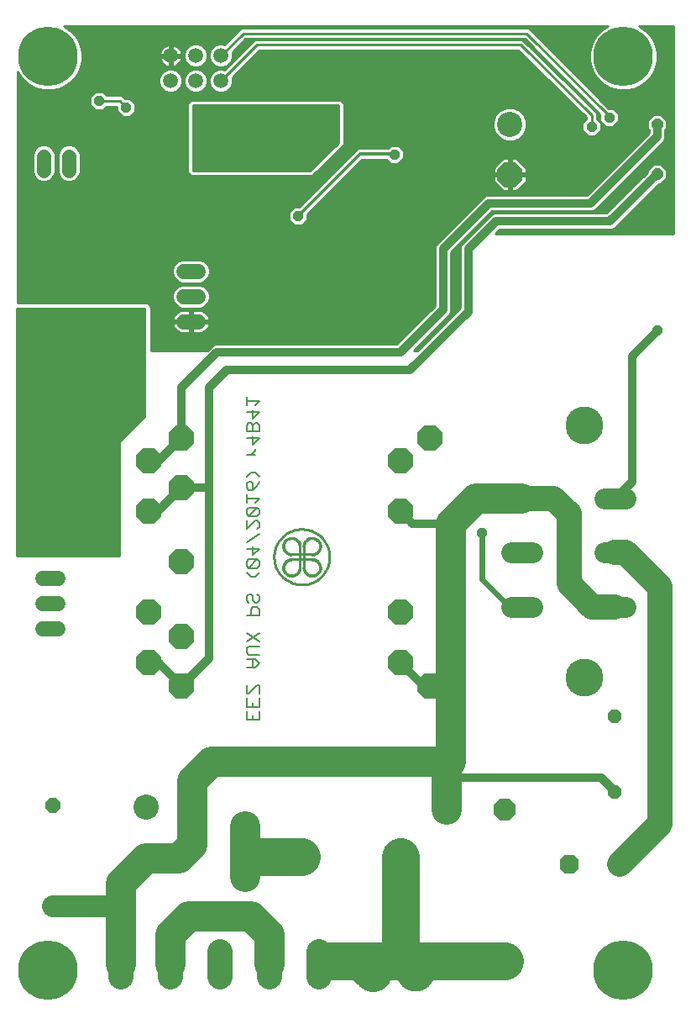
<source format=gbl>
G75*
G70*
%OFA0B0*%
%FSLAX24Y24*%
%IPPOS*%
%LPD*%
%AMOC8*
5,1,8,0,0,1.08239X$1,22.5*
%
%ADD10C,0.0060*%
%ADD11C,0.1000*%
%ADD12OC8,0.1000*%
%ADD13OC8,0.1181*%
%ADD14C,0.0594*%
%ADD15C,0.1000*%
%ADD16OC8,0.0885*%
%ADD17C,0.0100*%
%ADD18C,0.0010*%
%ADD19C,0.0825*%
%ADD20OC8,0.0560*%
%ADD21OC8,0.0760*%
%ADD22C,0.1502*%
%ADD23C,0.0594*%
%ADD24OC8,0.0600*%
%ADD25C,0.0560*%
%ADD26C,0.1200*%
%ADD27R,0.0396X0.0396*%
%ADD28OC8,0.0396*%
%ADD29C,0.2362*%
%ADD30C,0.0320*%
%ADD31C,0.0860*%
%ADD32C,0.0500*%
%ADD33C,0.1500*%
%ADD34C,0.1500*%
%ADD35C,0.0160*%
%ADD36C,0.0240*%
%ADD37C,0.0120*%
%ADD38OC8,0.0436*%
D10*
X016051Y016921D02*
X016051Y017255D01*
X016051Y017437D02*
X016051Y017771D01*
X016051Y017953D02*
X016051Y018286D01*
X016051Y017953D02*
X016135Y017953D01*
X016468Y018286D01*
X016552Y018286D01*
X016552Y017953D01*
X016552Y017771D02*
X016552Y017437D01*
X016051Y017437D01*
X016302Y017437D02*
X016302Y017604D01*
X016552Y017255D02*
X016552Y016921D01*
X016051Y016921D01*
X016302Y016921D02*
X016302Y017088D01*
X016302Y018984D02*
X016302Y019318D01*
X016385Y019318D02*
X016051Y019318D01*
X016135Y019500D02*
X016051Y019583D01*
X016051Y019750D01*
X016135Y019833D01*
X016552Y019833D01*
X016552Y020015D02*
X016051Y020349D01*
X016051Y020015D02*
X016552Y020349D01*
X016552Y021046D02*
X016552Y021297D01*
X016468Y021380D01*
X016302Y021380D01*
X016218Y021297D01*
X016218Y021046D01*
X016051Y021046D02*
X016552Y021046D01*
X016468Y021562D02*
X016385Y021562D01*
X016302Y021646D01*
X016302Y021812D01*
X016218Y021896D01*
X016135Y021896D01*
X016051Y021812D01*
X016051Y021646D01*
X016135Y021562D01*
X016468Y021562D02*
X016552Y021646D01*
X016552Y021812D01*
X016468Y021896D01*
X016385Y022593D02*
X016552Y022760D01*
X016468Y022937D02*
X016552Y023021D01*
X016552Y023187D01*
X016468Y023271D01*
X016135Y022937D01*
X016051Y023021D01*
X016051Y023187D01*
X016135Y023271D01*
X016468Y023271D01*
X016302Y023453D02*
X016302Y023786D01*
X016552Y023703D02*
X016302Y023453D01*
X016552Y023703D02*
X016051Y023703D01*
X016051Y023968D02*
X016552Y024302D01*
X016468Y024484D02*
X016552Y024567D01*
X016552Y024734D01*
X016468Y024818D01*
X016385Y024818D01*
X016051Y024484D01*
X016051Y024818D01*
X016135Y025000D02*
X016051Y025083D01*
X016051Y025250D01*
X016135Y025333D01*
X016468Y025333D01*
X016135Y025000D01*
X016468Y025000D01*
X016552Y025083D01*
X016552Y025250D01*
X016468Y025333D01*
X016385Y025515D02*
X016552Y025682D01*
X016051Y025682D01*
X016051Y025515D02*
X016051Y025849D01*
X016135Y026031D02*
X016051Y026114D01*
X016051Y026281D01*
X016135Y026365D01*
X016218Y026365D01*
X016302Y026281D01*
X016302Y026031D01*
X016135Y026031D01*
X016302Y026031D02*
X016468Y026198D01*
X016552Y026365D01*
X016552Y026547D02*
X016385Y026713D01*
X016218Y026713D01*
X016051Y026547D01*
X016051Y027406D02*
X016385Y027406D01*
X016218Y027406D02*
X016385Y027573D01*
X016385Y027656D01*
X016302Y027836D02*
X016302Y028169D01*
X016302Y028351D02*
X016302Y028602D01*
X016218Y028685D01*
X016135Y028685D01*
X016051Y028602D01*
X016051Y028351D01*
X016552Y028351D01*
X016552Y028602D01*
X016468Y028685D01*
X016385Y028685D01*
X016302Y028602D01*
X016302Y028867D02*
X016302Y029201D01*
X016385Y029383D02*
X016552Y029549D01*
X016051Y029549D01*
X016051Y029383D02*
X016051Y029716D01*
X016051Y029117D02*
X016552Y029117D01*
X016302Y028867D01*
X016051Y028086D02*
X016552Y028086D01*
X016302Y027836D01*
X016135Y022937D02*
X016468Y022937D01*
X016385Y022593D02*
X016218Y022593D01*
X016051Y022760D01*
X016135Y019500D02*
X016552Y019500D01*
X016385Y019318D02*
X016552Y019151D01*
X016385Y018984D01*
X016051Y018984D01*
D11*
X012044Y013451D03*
X012044Y011426D03*
X015981Y010678D03*
X015981Y012703D03*
X018212Y011487D03*
X022149Y011487D03*
X026497Y040528D03*
D12*
X026497Y038528D03*
X023309Y028098D03*
X022137Y027177D03*
X022137Y025177D03*
X022137Y021177D03*
X022137Y019177D03*
X023309Y018256D03*
X013466Y018256D03*
X012137Y019177D03*
X013466Y020224D03*
X012137Y021177D03*
X013466Y023177D03*
X012137Y025177D03*
X013466Y026130D03*
X012137Y027177D03*
X013466Y028098D03*
D13*
X021362Y037302D03*
D14*
X014134Y034702D02*
X013540Y034702D01*
X013540Y033702D02*
X014134Y033702D01*
X014134Y032702D02*
X013540Y032702D01*
X008559Y022527D02*
X007965Y022527D01*
X007965Y021527D02*
X008559Y021527D01*
X008559Y020527D02*
X007965Y020527D01*
D15*
X011037Y007727D02*
X011037Y006727D01*
X013006Y006727D02*
X013006Y007727D01*
X014974Y007727D02*
X014974Y006727D01*
X016943Y006727D02*
X016943Y007727D01*
X018911Y007727D02*
X018911Y006727D01*
X029762Y021402D02*
X030662Y021402D01*
X029762Y021402D02*
X028837Y022327D01*
X028837Y025077D01*
X028212Y025702D01*
X026962Y025702D01*
X030662Y023552D02*
X031087Y023552D01*
X032437Y022202D01*
X032437Y012802D01*
X030837Y011202D01*
D16*
X026298Y013362D03*
X023992Y013362D03*
X023992Y007362D03*
X026298Y007362D03*
D17*
X018312Y022963D02*
X018312Y023789D01*
X018154Y023789D02*
X018154Y022963D01*
X017133Y023376D02*
X017135Y023442D01*
X017141Y023507D01*
X017151Y023572D01*
X017164Y023637D01*
X017182Y023700D01*
X017203Y023763D01*
X017228Y023823D01*
X017257Y023883D01*
X017289Y023940D01*
X017324Y023996D01*
X017363Y024049D01*
X017405Y024100D01*
X017449Y024148D01*
X017497Y024193D01*
X017547Y024236D01*
X017600Y024275D01*
X017655Y024312D01*
X017712Y024345D01*
X017771Y024374D01*
X017831Y024400D01*
X017893Y024422D01*
X017956Y024441D01*
X018020Y024455D01*
X018085Y024466D01*
X018151Y024473D01*
X018217Y024476D01*
X018282Y024475D01*
X018348Y024470D01*
X018413Y024461D01*
X018478Y024448D01*
X018541Y024432D01*
X018604Y024412D01*
X018665Y024387D01*
X018725Y024360D01*
X018783Y024329D01*
X018839Y024294D01*
X018893Y024256D01*
X018944Y024215D01*
X018993Y024171D01*
X019039Y024124D01*
X019083Y024075D01*
X019123Y024023D01*
X019160Y023968D01*
X019194Y023912D01*
X019224Y023853D01*
X019251Y023793D01*
X019274Y023732D01*
X019293Y023669D01*
X019309Y023605D01*
X019321Y023540D01*
X019329Y023475D01*
X019333Y023409D01*
X019333Y023343D01*
X019329Y023277D01*
X019321Y023212D01*
X019309Y023147D01*
X019293Y023083D01*
X019274Y023020D01*
X019251Y022959D01*
X019224Y022899D01*
X019194Y022840D01*
X019160Y022784D01*
X019123Y022729D01*
X019083Y022677D01*
X019039Y022628D01*
X018993Y022581D01*
X018944Y022537D01*
X018893Y022496D01*
X018839Y022458D01*
X018783Y022423D01*
X018725Y022392D01*
X018665Y022365D01*
X018604Y022340D01*
X018541Y022320D01*
X018478Y022304D01*
X018413Y022291D01*
X018348Y022282D01*
X018282Y022277D01*
X018217Y022276D01*
X018151Y022279D01*
X018085Y022286D01*
X018020Y022297D01*
X017956Y022311D01*
X017893Y022330D01*
X017831Y022352D01*
X017771Y022378D01*
X017712Y022407D01*
X017655Y022440D01*
X017600Y022477D01*
X017547Y022516D01*
X017497Y022559D01*
X017449Y022604D01*
X017405Y022652D01*
X017363Y022703D01*
X017324Y022756D01*
X017289Y022812D01*
X017257Y022869D01*
X017228Y022929D01*
X017203Y022989D01*
X017182Y023052D01*
X017164Y023115D01*
X017151Y023180D01*
X017141Y023245D01*
X017135Y023310D01*
X017133Y023376D01*
X017839Y023474D02*
X018627Y023474D01*
X018627Y023278D02*
X017839Y023278D01*
X014471Y031552D02*
X012257Y031552D01*
X012257Y033231D01*
X012216Y033330D01*
X012140Y033406D01*
X012041Y033447D01*
X006957Y033447D01*
X006957Y042608D01*
X007081Y042393D01*
X007333Y042141D01*
X007641Y041963D01*
X007985Y041871D01*
X008340Y041871D01*
X008684Y041963D01*
X008992Y042141D01*
X009244Y042393D01*
X009421Y042701D01*
X009514Y043045D01*
X009514Y043400D01*
X009421Y043744D01*
X009244Y044052D01*
X008992Y044304D01*
X008777Y044428D01*
X030382Y044428D01*
X030168Y044304D01*
X029916Y044052D01*
X029738Y043744D01*
X029646Y043400D01*
X029646Y043045D01*
X029738Y042701D01*
X029916Y042393D01*
X030168Y042141D01*
X030476Y041963D01*
X030819Y041871D01*
X031175Y041871D01*
X031519Y041963D01*
X031827Y042141D01*
X032078Y042393D01*
X032256Y042701D01*
X032348Y043045D01*
X032348Y043400D01*
X032256Y043744D01*
X032078Y044052D01*
X031827Y044304D01*
X031612Y044428D01*
X032990Y044428D01*
X032990Y036177D01*
X025904Y036177D01*
X026074Y036347D01*
X030528Y036347D01*
X030649Y036397D01*
X032416Y038164D01*
X032498Y038164D01*
X032725Y038392D01*
X032725Y038713D01*
X032498Y038940D01*
X032177Y038940D01*
X031949Y038713D01*
X031949Y038631D01*
X030326Y037007D01*
X025872Y037007D01*
X025750Y036957D01*
X024650Y035857D01*
X024558Y035764D01*
X024507Y035643D01*
X024507Y033239D01*
X022821Y031552D01*
X022679Y031552D01*
X024024Y032897D01*
X024117Y032990D01*
X024167Y033112D01*
X024167Y035440D01*
X025799Y037072D01*
X029753Y037072D01*
X029874Y037122D01*
X032617Y039865D01*
X032667Y039987D01*
X032667Y040309D01*
X032725Y040367D01*
X032725Y040688D01*
X032498Y040915D01*
X032177Y040915D01*
X031949Y040688D01*
X031949Y040367D01*
X032007Y040309D01*
X032007Y040189D01*
X029551Y037732D01*
X025597Y037732D01*
X025475Y037682D01*
X023558Y035764D01*
X023507Y035643D01*
X023507Y033314D01*
X022001Y031807D01*
X014797Y031807D01*
X014675Y031757D01*
X014471Y031552D01*
X014547Y031628D02*
X012257Y031628D01*
X012257Y031727D02*
X014645Y031727D01*
X014364Y032318D02*
X022511Y032318D01*
X022610Y032416D02*
X014479Y032416D01*
X014475Y032411D02*
X014516Y032468D01*
X014548Y032531D01*
X014570Y032598D01*
X014579Y032654D01*
X013886Y032654D01*
X013886Y032751D01*
X013789Y032751D01*
X013789Y033149D01*
X013505Y033149D01*
X013436Y033138D01*
X013369Y033116D01*
X013306Y033084D01*
X013249Y033043D01*
X013200Y032993D01*
X013158Y032936D01*
X013126Y032874D01*
X013105Y032807D01*
X013096Y032751D01*
X013789Y032751D01*
X013789Y032654D01*
X013096Y032654D01*
X013105Y032598D01*
X013126Y032531D01*
X013158Y032468D01*
X013200Y032411D01*
X013249Y032361D01*
X013306Y032320D01*
X013369Y032288D01*
X013436Y032266D01*
X013505Y032255D01*
X013789Y032255D01*
X013789Y032654D01*
X013886Y032654D01*
X013886Y032255D01*
X014169Y032255D01*
X014239Y032266D01*
X014306Y032288D01*
X014368Y032320D01*
X014425Y032361D01*
X014475Y032411D01*
X014540Y032515D02*
X022708Y032515D01*
X022807Y032613D02*
X014572Y032613D01*
X014579Y032751D02*
X014570Y032807D01*
X014548Y032874D01*
X014516Y032936D01*
X014475Y032993D01*
X014425Y033043D01*
X014368Y033084D01*
X014306Y033116D01*
X014239Y033138D01*
X014169Y033149D01*
X013886Y033149D01*
X013886Y032751D01*
X014579Y032751D01*
X014569Y032810D02*
X023004Y032810D01*
X023102Y032909D02*
X014530Y032909D01*
X014461Y033007D02*
X023201Y033007D01*
X023299Y033106D02*
X014326Y033106D01*
X014227Y033235D02*
X014399Y033306D01*
X014530Y033438D01*
X014601Y033609D01*
X014601Y033795D01*
X014530Y033967D01*
X014399Y034098D01*
X014227Y034169D01*
X013448Y034169D01*
X013276Y034098D01*
X013145Y033967D01*
X013074Y033795D01*
X006957Y033795D01*
X006957Y033697D02*
X013074Y033697D01*
X013074Y033609D02*
X013145Y033438D01*
X013276Y033306D01*
X013448Y033235D01*
X014227Y033235D01*
X014390Y033303D02*
X023496Y033303D01*
X023507Y033401D02*
X014493Y033401D01*
X014556Y033500D02*
X023507Y033500D01*
X023507Y033598D02*
X014596Y033598D01*
X014601Y033697D02*
X023507Y033697D01*
X023507Y033795D02*
X014601Y033795D01*
X014560Y033894D02*
X023507Y033894D01*
X023507Y033992D02*
X014504Y033992D01*
X014406Y034091D02*
X023507Y034091D01*
X023507Y034189D02*
X006957Y034189D01*
X006957Y034091D02*
X013269Y034091D01*
X013170Y033992D02*
X006957Y033992D01*
X006957Y033894D02*
X013114Y033894D01*
X013074Y033795D02*
X013074Y033609D01*
X013078Y033598D02*
X006957Y033598D01*
X006957Y033500D02*
X013119Y033500D01*
X013181Y033401D02*
X012145Y033401D01*
X012228Y033303D02*
X013285Y033303D01*
X013348Y033106D02*
X012257Y033106D01*
X012257Y033204D02*
X023398Y033204D01*
X023740Y032613D02*
X023882Y032613D01*
X023839Y032712D02*
X023980Y032712D01*
X023937Y032810D02*
X024079Y032810D01*
X024036Y032909D02*
X024177Y032909D01*
X024124Y033007D02*
X024276Y033007D01*
X024374Y033106D02*
X024165Y033106D01*
X024167Y033204D02*
X024473Y033204D01*
X024507Y033303D02*
X024167Y033303D01*
X024167Y033401D02*
X024507Y033401D01*
X024507Y033500D02*
X024167Y033500D01*
X024167Y033598D02*
X024507Y033598D01*
X024507Y033697D02*
X024167Y033697D01*
X024167Y033795D02*
X024507Y033795D01*
X024507Y033894D02*
X024167Y033894D01*
X024167Y033992D02*
X024507Y033992D01*
X024507Y034091D02*
X024167Y034091D01*
X024167Y034189D02*
X024507Y034189D01*
X024507Y034288D02*
X024167Y034288D01*
X024167Y034386D02*
X024507Y034386D01*
X024507Y034485D02*
X024167Y034485D01*
X024167Y034583D02*
X024507Y034583D01*
X024507Y034682D02*
X024167Y034682D01*
X024167Y034780D02*
X024507Y034780D01*
X024507Y034879D02*
X024167Y034879D01*
X024167Y034977D02*
X024507Y034977D01*
X024507Y035076D02*
X024167Y035076D01*
X024167Y035174D02*
X024507Y035174D01*
X024507Y035273D02*
X024167Y035273D01*
X024167Y035371D02*
X024507Y035371D01*
X024507Y035470D02*
X024197Y035470D01*
X024295Y035568D02*
X024507Y035568D01*
X024517Y035667D02*
X024394Y035667D01*
X024492Y035765D02*
X024559Y035765D01*
X024591Y035864D02*
X024657Y035864D01*
X024689Y035962D02*
X024756Y035962D01*
X024788Y036061D02*
X024854Y036061D01*
X024886Y036159D02*
X024953Y036159D01*
X024985Y036258D02*
X025051Y036258D01*
X025083Y036356D02*
X025150Y036356D01*
X025182Y036455D02*
X025248Y036455D01*
X025280Y036553D02*
X025347Y036553D01*
X025379Y036652D02*
X025445Y036652D01*
X025477Y036750D02*
X025544Y036750D01*
X025576Y036849D02*
X025642Y036849D01*
X025674Y036947D02*
X025741Y036947D01*
X025773Y037046D02*
X030364Y037046D01*
X030463Y037144D02*
X029896Y037144D01*
X029995Y037243D02*
X030561Y037243D01*
X030660Y037341D02*
X030093Y037341D01*
X030192Y037440D02*
X030758Y037440D01*
X030857Y037538D02*
X030290Y037538D01*
X030389Y037637D02*
X030955Y037637D01*
X031054Y037735D02*
X030487Y037735D01*
X030586Y037834D02*
X031152Y037834D01*
X031251Y037932D02*
X030684Y037932D01*
X030783Y038031D02*
X031349Y038031D01*
X031448Y038129D02*
X030881Y038129D01*
X030980Y038228D02*
X031546Y038228D01*
X031645Y038326D02*
X031078Y038326D01*
X031177Y038425D02*
X031743Y038425D01*
X031842Y038523D02*
X031275Y038523D01*
X031374Y038622D02*
X031940Y038622D01*
X031957Y038720D02*
X031472Y038720D01*
X031571Y038819D02*
X032055Y038819D01*
X032154Y038917D02*
X031669Y038917D01*
X031768Y039016D02*
X032990Y039016D01*
X032990Y039114D02*
X031866Y039114D01*
X031965Y039213D02*
X032990Y039213D01*
X032990Y039311D02*
X032063Y039311D01*
X032162Y039410D02*
X032990Y039410D01*
X032990Y039508D02*
X032260Y039508D01*
X032359Y039607D02*
X032990Y039607D01*
X032990Y039705D02*
X032457Y039705D01*
X032556Y039804D02*
X032990Y039804D01*
X032990Y039902D02*
X032632Y039902D01*
X032667Y040001D02*
X032990Y040001D01*
X032990Y040099D02*
X032667Y040099D01*
X032667Y040198D02*
X032990Y040198D01*
X032990Y040296D02*
X032667Y040296D01*
X032725Y040395D02*
X032990Y040395D01*
X032990Y040493D02*
X032725Y040493D01*
X032725Y040592D02*
X032990Y040592D01*
X032990Y040690D02*
X032723Y040690D01*
X032624Y040789D02*
X032990Y040789D01*
X032990Y040887D02*
X032526Y040887D01*
X032149Y040887D02*
X030805Y040887D01*
X030805Y040955D02*
X030590Y041170D01*
X030430Y041170D01*
X027382Y044218D01*
X027253Y044347D01*
X015814Y044347D01*
X015162Y043695D01*
X015118Y043713D01*
X014932Y043713D01*
X014760Y043642D01*
X014629Y043511D01*
X014558Y043339D01*
X014558Y043154D01*
X014629Y042982D01*
X014760Y042851D01*
X014932Y042780D01*
X015118Y042780D01*
X015289Y042851D01*
X015420Y042982D01*
X015492Y043154D01*
X015492Y043339D01*
X015473Y043384D01*
X015997Y043907D01*
X027071Y043907D01*
X030069Y040909D01*
X030069Y040650D01*
X030285Y040434D01*
X030590Y040434D01*
X030805Y040650D01*
X030805Y040955D01*
X030774Y040986D02*
X032990Y040986D01*
X032990Y041084D02*
X030676Y041084D01*
X030418Y041183D02*
X032990Y041183D01*
X032990Y041281D02*
X030319Y041281D01*
X030221Y041380D02*
X032990Y041380D01*
X032990Y041478D02*
X030122Y041478D01*
X030024Y041577D02*
X032990Y041577D01*
X032990Y041675D02*
X029925Y041675D01*
X029827Y041774D02*
X032990Y041774D01*
X032990Y041872D02*
X031178Y041872D01*
X030816Y041872D02*
X029728Y041872D01*
X029630Y041971D02*
X030463Y041971D01*
X030292Y042069D02*
X029531Y042069D01*
X029433Y042168D02*
X030141Y042168D01*
X030043Y042266D02*
X029334Y042266D01*
X029236Y042365D02*
X029944Y042365D01*
X029875Y042463D02*
X029137Y042463D01*
X029039Y042562D02*
X029818Y042562D01*
X029762Y042660D02*
X028940Y042660D01*
X028842Y042759D02*
X029723Y042759D01*
X029696Y042857D02*
X028743Y042857D01*
X028645Y042956D02*
X029670Y042956D01*
X029646Y043054D02*
X028546Y043054D01*
X028448Y043153D02*
X029646Y043153D01*
X029646Y043251D02*
X028349Y043251D01*
X028251Y043350D02*
X029646Y043350D01*
X029659Y043448D02*
X028152Y043448D01*
X028054Y043547D02*
X029685Y043547D01*
X029712Y043645D02*
X027955Y043645D01*
X027857Y043744D02*
X029738Y043744D01*
X029795Y043842D02*
X027758Y043842D01*
X027660Y043941D02*
X029852Y043941D01*
X029909Y044039D02*
X027561Y044039D01*
X027463Y044138D02*
X030002Y044138D01*
X030100Y044236D02*
X027364Y044236D01*
X027266Y044335D02*
X030222Y044335D01*
X031773Y044335D02*
X032990Y044335D01*
X032990Y044236D02*
X031894Y044236D01*
X031993Y044138D02*
X032990Y044138D01*
X032990Y044039D02*
X032086Y044039D01*
X032143Y043941D02*
X032990Y043941D01*
X032990Y043842D02*
X032199Y043842D01*
X032256Y043744D02*
X032990Y043744D01*
X032990Y043645D02*
X032283Y043645D01*
X032309Y043547D02*
X032990Y043547D01*
X032990Y043448D02*
X032335Y043448D01*
X032348Y043350D02*
X032990Y043350D01*
X032990Y043251D02*
X032348Y043251D01*
X032348Y043153D02*
X032990Y043153D01*
X032990Y043054D02*
X032348Y043054D01*
X032324Y042956D02*
X032990Y042956D01*
X032990Y042857D02*
X032298Y042857D01*
X032272Y042759D02*
X032990Y042759D01*
X032990Y042660D02*
X032233Y042660D01*
X032176Y042562D02*
X032990Y042562D01*
X032990Y042463D02*
X032119Y042463D01*
X032050Y042365D02*
X032990Y042365D01*
X032990Y042266D02*
X031952Y042266D01*
X031853Y042168D02*
X032990Y042168D01*
X032990Y042069D02*
X031702Y042069D01*
X031531Y041971D02*
X032990Y041971D01*
X032050Y040789D02*
X030805Y040789D01*
X030805Y040690D02*
X031952Y040690D01*
X031949Y040592D02*
X030747Y040592D01*
X030649Y040493D02*
X031949Y040493D01*
X031949Y040395D02*
X030105Y040395D01*
X030105Y040493D02*
X030226Y040493D01*
X030127Y040592D02*
X030093Y040592D01*
X030105Y040580D02*
X029957Y040728D01*
X029957Y040812D01*
X029958Y040813D01*
X029957Y040903D01*
X029957Y040993D01*
X029956Y040994D01*
X029956Y040995D01*
X029892Y041058D01*
X029828Y041122D01*
X029827Y041122D01*
X027067Y043833D01*
X027003Y043897D01*
X027002Y043897D01*
X027001Y043898D01*
X026911Y043897D01*
X016364Y043897D01*
X015162Y042695D01*
X015118Y042713D01*
X014932Y042713D01*
X014760Y042642D01*
X014629Y042511D01*
X014558Y042339D01*
X014558Y042154D01*
X014629Y041982D01*
X014760Y041851D01*
X014932Y041780D01*
X015118Y041780D01*
X015289Y041851D01*
X015420Y041982D01*
X015492Y042154D01*
X015492Y042339D01*
X015473Y042384D01*
X016547Y043457D01*
X026822Y043457D01*
X029517Y040810D01*
X029517Y040728D01*
X029369Y040580D01*
X029369Y040275D01*
X029585Y040059D01*
X029890Y040059D01*
X030105Y040275D01*
X030105Y040580D01*
X030069Y040690D02*
X029995Y040690D01*
X029957Y040789D02*
X030069Y040789D01*
X030069Y040887D02*
X029957Y040887D01*
X029957Y040986D02*
X029993Y040986D01*
X029894Y041084D02*
X029866Y041084D01*
X029796Y041183D02*
X029766Y041183D01*
X029697Y041281D02*
X029665Y041281D01*
X029599Y041380D02*
X029565Y041380D01*
X029500Y041478D02*
X029465Y041478D01*
X029402Y041577D02*
X029364Y041577D01*
X029303Y041675D02*
X029264Y041675D01*
X029205Y041774D02*
X029164Y041774D01*
X029106Y041872D02*
X029064Y041872D01*
X029008Y041971D02*
X028963Y041971D01*
X028909Y042069D02*
X028863Y042069D01*
X028811Y042168D02*
X028763Y042168D01*
X028712Y042266D02*
X028663Y042266D01*
X028614Y042365D02*
X028562Y042365D01*
X028515Y042463D02*
X028462Y042463D01*
X028417Y042562D02*
X028362Y042562D01*
X028318Y042660D02*
X028261Y042660D01*
X028220Y042759D02*
X028161Y042759D01*
X028121Y042857D02*
X028061Y042857D01*
X028023Y042956D02*
X027961Y042956D01*
X027924Y043054D02*
X027860Y043054D01*
X027826Y043153D02*
X027760Y043153D01*
X027727Y043251D02*
X027660Y043251D01*
X027629Y043350D02*
X027560Y043350D01*
X027530Y043448D02*
X027459Y043448D01*
X027432Y043547D02*
X027359Y043547D01*
X027333Y043645D02*
X027259Y043645D01*
X027235Y043744D02*
X027158Y043744D01*
X027136Y043842D02*
X027058Y043842D01*
X026912Y043677D02*
X016455Y043677D01*
X015025Y042246D01*
X014593Y042069D02*
X014457Y042069D01*
X014492Y042154D02*
X014420Y041982D01*
X014289Y041851D01*
X014118Y041780D01*
X013932Y041780D01*
X013760Y041851D01*
X013629Y041982D01*
X013558Y042154D01*
X013558Y042339D01*
X013629Y042511D01*
X013760Y042642D01*
X013932Y042713D01*
X014118Y042713D01*
X014289Y042642D01*
X014420Y042511D01*
X014492Y042339D01*
X014492Y042154D01*
X014492Y042168D02*
X014558Y042168D01*
X014558Y042266D02*
X014492Y042266D01*
X014481Y042365D02*
X014568Y042365D01*
X014609Y042463D02*
X014440Y042463D01*
X014370Y042562D02*
X014680Y042562D01*
X014804Y042660D02*
X014246Y042660D01*
X014118Y042780D02*
X014289Y042851D01*
X014420Y042982D01*
X014492Y043154D01*
X014492Y043339D01*
X014420Y043511D01*
X014289Y043642D01*
X014118Y043713D01*
X013932Y043713D01*
X013760Y043642D01*
X013629Y043511D01*
X013558Y043339D01*
X013558Y043154D01*
X013629Y042982D01*
X013760Y042851D01*
X013932Y042780D01*
X014118Y042780D01*
X014296Y042857D02*
X014754Y042857D01*
X014655Y042956D02*
X014394Y042956D01*
X014450Y043054D02*
X014599Y043054D01*
X014558Y043153D02*
X014491Y043153D01*
X014492Y043251D02*
X014558Y043251D01*
X014562Y043350D02*
X014487Y043350D01*
X014446Y043448D02*
X014603Y043448D01*
X014665Y043547D02*
X014385Y043547D01*
X014282Y043645D02*
X014768Y043645D01*
X015211Y043744D02*
X009422Y043744D01*
X009448Y043645D02*
X012823Y043645D01*
X012853Y043661D02*
X012790Y043629D01*
X012734Y043587D01*
X012684Y043538D01*
X012642Y043481D01*
X012611Y043418D01*
X012589Y043351D01*
X012580Y043295D01*
X012976Y043295D01*
X012976Y043198D01*
X012580Y043198D01*
X012589Y043142D01*
X012611Y043075D01*
X012642Y043012D01*
X012684Y042955D01*
X012734Y042906D01*
X012790Y042864D01*
X012853Y042832D01*
X012920Y042811D01*
X012976Y042802D01*
X012976Y043198D01*
X013073Y043198D01*
X013073Y042802D01*
X013129Y042811D01*
X013196Y042832D01*
X013259Y042864D01*
X013316Y042906D01*
X013366Y042955D01*
X013407Y043012D01*
X013439Y043075D01*
X013461Y043142D01*
X013469Y043198D01*
X013073Y043198D01*
X013073Y043295D01*
X012976Y043295D01*
X012976Y043691D01*
X012920Y043682D01*
X012853Y043661D01*
X012976Y043645D02*
X013073Y043645D01*
X013073Y043691D02*
X013129Y043682D01*
X013196Y043661D01*
X013259Y043629D01*
X013316Y043587D01*
X013366Y043538D01*
X013407Y043481D01*
X013439Y043418D01*
X013461Y043351D01*
X013469Y043295D01*
X013073Y043295D01*
X013073Y043691D01*
X013073Y043547D02*
X012976Y043547D01*
X012976Y043448D02*
X013073Y043448D01*
X013073Y043350D02*
X012976Y043350D01*
X012976Y043251D02*
X009514Y043251D01*
X009514Y043153D02*
X012587Y043153D01*
X012621Y043054D02*
X009514Y043054D01*
X009490Y042956D02*
X012684Y042956D01*
X012804Y042857D02*
X009463Y042857D01*
X009437Y042759D02*
X015226Y042759D01*
X015296Y042857D02*
X015324Y042857D01*
X015394Y042956D02*
X015423Y042956D01*
X015450Y043054D02*
X015521Y043054D01*
X015491Y043153D02*
X015620Y043153D01*
X015718Y043251D02*
X015492Y043251D01*
X015487Y043350D02*
X015817Y043350D01*
X015915Y043448D02*
X015538Y043448D01*
X015636Y043547D02*
X016014Y043547D01*
X016112Y043645D02*
X015735Y043645D01*
X015833Y043744D02*
X016211Y043744D01*
X016309Y043842D02*
X015932Y043842D01*
X015905Y044127D02*
X015025Y043246D01*
X015309Y043842D02*
X009365Y043842D01*
X009308Y043941D02*
X015408Y043941D01*
X015506Y044039D02*
X009251Y044039D01*
X009158Y044138D02*
X015605Y044138D01*
X015703Y044236D02*
X009059Y044236D01*
X008938Y044335D02*
X015802Y044335D01*
X015905Y044127D02*
X027162Y044127D01*
X030437Y040852D01*
X030437Y040802D01*
X030105Y040296D02*
X032007Y040296D01*
X032007Y040198D02*
X030028Y040198D01*
X029930Y040099D02*
X031918Y040099D01*
X031819Y040001D02*
X026917Y040001D01*
X026876Y039960D02*
X027065Y040148D01*
X027167Y040395D01*
X029369Y040395D01*
X029369Y040493D02*
X027167Y040493D01*
X027167Y040395D02*
X027167Y040661D01*
X027065Y040907D01*
X026876Y041096D01*
X026630Y041198D01*
X026364Y041198D01*
X026117Y041096D01*
X025929Y040907D01*
X025827Y040661D01*
X025827Y040395D01*
X019907Y040395D01*
X019907Y040493D02*
X025827Y040493D01*
X025827Y040395D02*
X025929Y040148D01*
X026117Y039960D01*
X026364Y039858D01*
X026630Y039858D01*
X026876Y039960D01*
X026737Y039902D02*
X031721Y039902D01*
X031622Y039804D02*
X019907Y039804D01*
X019907Y039801D02*
X019908Y039891D01*
X019907Y039892D01*
X019907Y041368D01*
X019778Y041497D01*
X013821Y041497D01*
X013692Y041368D01*
X013692Y041186D01*
X013692Y038793D01*
X013692Y038611D01*
X013821Y038482D01*
X018561Y038482D01*
X018651Y038481D01*
X018652Y038482D01*
X018653Y038482D01*
X018717Y038546D01*
X019777Y039582D01*
X019778Y039582D01*
X019842Y039646D01*
X019906Y039709D01*
X019906Y039710D01*
X019907Y039711D01*
X019907Y039801D01*
X019903Y039705D02*
X031524Y039705D01*
X031425Y039607D02*
X022153Y039607D01*
X022065Y039695D02*
X022280Y039480D01*
X022280Y039175D01*
X022065Y038959D01*
X021760Y038959D01*
X021597Y039122D01*
X020633Y039122D01*
X018455Y036945D01*
X018455Y036750D01*
X024544Y036750D01*
X024642Y036849D02*
X018455Y036849D01*
X018458Y036947D02*
X024741Y036947D01*
X024839Y037046D02*
X018556Y037046D01*
X018655Y037144D02*
X024938Y037144D01*
X025036Y037243D02*
X018753Y037243D01*
X018852Y037341D02*
X025135Y037341D01*
X025233Y037440D02*
X018950Y037440D01*
X019049Y037538D02*
X025332Y037538D01*
X025430Y037637D02*
X019147Y037637D01*
X019246Y037735D02*
X029554Y037735D01*
X029652Y037834D02*
X019344Y037834D01*
X019443Y037932D02*
X026173Y037932D01*
X026228Y037878D02*
X025847Y038259D01*
X025847Y038478D01*
X026447Y038478D01*
X026547Y038478D01*
X026547Y038578D01*
X027147Y038578D01*
X027147Y038797D01*
X026766Y039178D01*
X026547Y039178D01*
X026547Y038578D01*
X026447Y038578D01*
X026447Y039178D01*
X026228Y039178D01*
X025847Y038797D01*
X025847Y038578D01*
X026447Y038578D01*
X026447Y038478D01*
X026447Y037878D01*
X026228Y037878D01*
X026075Y038031D02*
X019541Y038031D01*
X019640Y038129D02*
X025976Y038129D01*
X025878Y038228D02*
X019738Y038228D01*
X019837Y038326D02*
X025847Y038326D01*
X025847Y038425D02*
X019935Y038425D01*
X020034Y038523D02*
X026447Y038523D01*
X026447Y038425D02*
X026547Y038425D01*
X026547Y038478D02*
X026547Y037878D01*
X026766Y037878D01*
X027147Y038259D01*
X027147Y038478D01*
X026547Y038478D01*
X026547Y038523D02*
X030342Y038523D01*
X030440Y038622D02*
X027147Y038622D01*
X027147Y038720D02*
X030539Y038720D01*
X030637Y038819D02*
X027125Y038819D01*
X027027Y038917D02*
X030736Y038917D01*
X030834Y039016D02*
X026928Y039016D01*
X026830Y039114D02*
X030933Y039114D01*
X031031Y039213D02*
X022280Y039213D01*
X022280Y039311D02*
X031130Y039311D01*
X031228Y039410D02*
X022280Y039410D01*
X022252Y039508D02*
X031327Y039508D01*
X032521Y038917D02*
X032990Y038917D01*
X032990Y038819D02*
X032619Y038819D01*
X032718Y038720D02*
X032990Y038720D01*
X032990Y038622D02*
X032725Y038622D01*
X032725Y038523D02*
X032990Y038523D01*
X032990Y038425D02*
X032725Y038425D01*
X032660Y038326D02*
X032990Y038326D01*
X032990Y038228D02*
X032561Y038228D01*
X032381Y038129D02*
X032990Y038129D01*
X032990Y038031D02*
X032283Y038031D01*
X032184Y037932D02*
X032990Y037932D01*
X032990Y037834D02*
X032086Y037834D01*
X031987Y037735D02*
X032990Y037735D01*
X032990Y037637D02*
X031889Y037637D01*
X031790Y037538D02*
X032990Y037538D01*
X032990Y037440D02*
X031692Y037440D01*
X031593Y037341D02*
X032990Y037341D01*
X032990Y037243D02*
X031495Y037243D01*
X031396Y037144D02*
X032990Y037144D01*
X032990Y037046D02*
X031298Y037046D01*
X031199Y036947D02*
X032990Y036947D01*
X032990Y036849D02*
X031101Y036849D01*
X031002Y036750D02*
X032990Y036750D01*
X032990Y036652D02*
X030904Y036652D01*
X030805Y036553D02*
X032990Y036553D01*
X032990Y036455D02*
X030707Y036455D01*
X030550Y036356D02*
X032990Y036356D01*
X032990Y036258D02*
X025985Y036258D01*
X026447Y037932D02*
X026547Y037932D01*
X026547Y038031D02*
X026447Y038031D01*
X026447Y038129D02*
X026547Y038129D01*
X026547Y038228D02*
X026447Y038228D01*
X026447Y038326D02*
X026547Y038326D01*
X026547Y038622D02*
X026447Y038622D01*
X026447Y038720D02*
X026547Y038720D01*
X026547Y038819D02*
X026447Y038819D01*
X026447Y038917D02*
X026547Y038917D01*
X026547Y039016D02*
X026447Y039016D01*
X026447Y039114D02*
X026547Y039114D01*
X027147Y038425D02*
X030243Y038425D01*
X030145Y038326D02*
X027147Y038326D01*
X027116Y038228D02*
X030046Y038228D01*
X029948Y038129D02*
X027017Y038129D01*
X026919Y038031D02*
X029849Y038031D01*
X029751Y037932D02*
X026820Y037932D01*
X025847Y038622D02*
X020132Y038622D01*
X020231Y038720D02*
X025847Y038720D01*
X025868Y038819D02*
X020329Y038819D01*
X020428Y038917D02*
X025967Y038917D01*
X026065Y039016D02*
X022121Y039016D01*
X022220Y039114D02*
X026164Y039114D01*
X026257Y039902D02*
X019907Y039902D01*
X019907Y040001D02*
X026077Y040001D01*
X025978Y040099D02*
X019907Y040099D01*
X019907Y040198D02*
X025908Y040198D01*
X025868Y040296D02*
X019907Y040296D01*
X019687Y040296D02*
X013912Y040296D01*
X013912Y040198D02*
X019687Y040198D01*
X019687Y040099D02*
X013912Y040099D01*
X013912Y040001D02*
X019687Y040001D01*
X019687Y039902D02*
X013912Y039902D01*
X013912Y039804D02*
X019687Y039804D01*
X019687Y039802D02*
X018562Y038702D01*
X013912Y038702D01*
X013912Y041277D01*
X019687Y041277D01*
X019687Y039802D01*
X019588Y039705D02*
X013912Y039705D01*
X013912Y039607D02*
X019487Y039607D01*
X019387Y039508D02*
X013912Y039508D01*
X013912Y039410D02*
X019286Y039410D01*
X019185Y039311D02*
X013912Y039311D01*
X013912Y039213D02*
X019084Y039213D01*
X018984Y039114D02*
X013912Y039114D01*
X013912Y039016D02*
X018883Y039016D01*
X018782Y038917D02*
X013912Y038917D01*
X013912Y038819D02*
X018682Y038819D01*
X018581Y038720D02*
X013912Y038720D01*
X013692Y038720D02*
X009437Y038720D01*
X009437Y038622D02*
X013692Y038622D01*
X013780Y038523D02*
X009402Y038523D01*
X009369Y038442D02*
X009437Y038608D01*
X009437Y039347D01*
X009369Y039512D01*
X009242Y039639D01*
X009077Y039707D01*
X008898Y039707D01*
X008732Y039639D01*
X008606Y039512D01*
X008537Y039347D01*
X008537Y038608D01*
X008606Y038442D01*
X008732Y038316D01*
X008898Y038247D01*
X009077Y038247D01*
X009242Y038316D01*
X009369Y038442D01*
X009351Y038425D02*
X019285Y038425D01*
X019383Y038523D02*
X018694Y038523D01*
X018795Y038622D02*
X019482Y038622D01*
X019580Y038720D02*
X018895Y038720D01*
X018996Y038819D02*
X019679Y038819D01*
X019777Y038917D02*
X019097Y038917D01*
X019198Y039016D02*
X019876Y039016D01*
X019974Y039114D02*
X019298Y039114D01*
X019399Y039213D02*
X020073Y039213D01*
X020171Y039311D02*
X019500Y039311D01*
X019601Y039410D02*
X020270Y039410D01*
X020307Y039447D02*
X018130Y037270D01*
X017935Y037270D01*
X017719Y037055D01*
X017719Y036750D01*
X006957Y036750D01*
X006957Y036652D02*
X017817Y036652D01*
X017719Y036750D02*
X017935Y036534D01*
X018240Y036534D01*
X018455Y036750D01*
X018357Y036652D02*
X024445Y036652D01*
X024347Y036553D02*
X018259Y036553D01*
X017916Y036553D02*
X006957Y036553D01*
X006957Y036455D02*
X024248Y036455D01*
X024150Y036356D02*
X006957Y036356D01*
X006957Y036258D02*
X024051Y036258D01*
X023953Y036159D02*
X006957Y036159D01*
X006957Y036061D02*
X023854Y036061D01*
X023756Y035962D02*
X006957Y035962D01*
X006957Y035864D02*
X023657Y035864D01*
X023559Y035765D02*
X006957Y035765D01*
X006957Y035667D02*
X023517Y035667D01*
X023507Y035568D02*
X006957Y035568D01*
X006957Y035470D02*
X023507Y035470D01*
X023507Y035371D02*
X006957Y035371D01*
X006957Y035273D02*
X023507Y035273D01*
X023507Y035174D02*
X006957Y035174D01*
X006957Y035076D02*
X013254Y035076D01*
X013276Y035098D02*
X013145Y034967D01*
X013074Y034795D01*
X013074Y034609D01*
X013145Y034438D01*
X013276Y034306D01*
X013448Y034235D01*
X014227Y034235D01*
X014399Y034306D01*
X014530Y034438D01*
X014601Y034609D01*
X014601Y034795D01*
X014530Y034967D01*
X014399Y035098D01*
X014227Y035169D01*
X013448Y035169D01*
X013276Y035098D01*
X013155Y034977D02*
X006957Y034977D01*
X006957Y034879D02*
X013108Y034879D01*
X013074Y034780D02*
X006957Y034780D01*
X006957Y034682D02*
X013074Y034682D01*
X013084Y034583D02*
X006957Y034583D01*
X006957Y034485D02*
X013125Y034485D01*
X013196Y034386D02*
X006957Y034386D01*
X006957Y034288D02*
X013321Y034288D01*
X013789Y033106D02*
X013886Y033106D01*
X013886Y033007D02*
X013789Y033007D01*
X013789Y032909D02*
X013886Y032909D01*
X013886Y032810D02*
X013789Y032810D01*
X013789Y032712D02*
X012257Y032712D01*
X012257Y032810D02*
X013106Y032810D01*
X013144Y032909D02*
X012257Y032909D01*
X012257Y033007D02*
X013214Y033007D01*
X013102Y032613D02*
X012257Y032613D01*
X012257Y032515D02*
X013134Y032515D01*
X013196Y032416D02*
X012257Y032416D01*
X012257Y032318D02*
X013311Y032318D01*
X013789Y032318D02*
X013886Y032318D01*
X013886Y032416D02*
X013789Y032416D01*
X013789Y032515D02*
X013886Y032515D01*
X013886Y032613D02*
X013789Y032613D01*
X013886Y032712D02*
X022905Y032712D01*
X023346Y032219D02*
X023488Y032219D01*
X023445Y032318D02*
X023586Y032318D01*
X023543Y032416D02*
X023685Y032416D01*
X023642Y032515D02*
X023783Y032515D01*
X023389Y032121D02*
X023248Y032121D01*
X023291Y032022D02*
X023149Y032022D01*
X023192Y031924D02*
X023051Y031924D01*
X023094Y031825D02*
X022952Y031825D01*
X022995Y031727D02*
X022854Y031727D01*
X022897Y031628D02*
X022755Y031628D01*
X022216Y032022D02*
X012257Y032022D01*
X012257Y031924D02*
X022117Y031924D01*
X022019Y031825D02*
X012257Y031825D01*
X012257Y032121D02*
X022314Y032121D01*
X022413Y032219D02*
X012257Y032219D01*
X014354Y034288D02*
X023507Y034288D01*
X023507Y034386D02*
X014478Y034386D01*
X014549Y034485D02*
X023507Y034485D01*
X023507Y034583D02*
X014590Y034583D01*
X014601Y034682D02*
X023507Y034682D01*
X023507Y034780D02*
X014601Y034780D01*
X014566Y034879D02*
X023507Y034879D01*
X023507Y034977D02*
X014519Y034977D01*
X014421Y035076D02*
X023507Y035076D01*
X021703Y039016D02*
X020526Y039016D01*
X020625Y039114D02*
X021605Y039114D01*
X021647Y039582D02*
X020442Y039582D01*
X020307Y039447D01*
X020368Y039508D02*
X019701Y039508D01*
X019803Y039607D02*
X021671Y039607D01*
X021647Y039582D02*
X021760Y039695D01*
X022065Y039695D01*
X019907Y040592D02*
X025827Y040592D01*
X025839Y040690D02*
X019907Y040690D01*
X019907Y040789D02*
X025880Y040789D01*
X025921Y040887D02*
X019907Y040887D01*
X019907Y040986D02*
X026007Y040986D01*
X026106Y041084D02*
X019907Y041084D01*
X019907Y041183D02*
X026327Y041183D01*
X026667Y041183D02*
X029138Y041183D01*
X029238Y041084D02*
X026888Y041084D01*
X026987Y040986D02*
X029338Y040986D01*
X029439Y040887D02*
X027073Y040887D01*
X027114Y040789D02*
X029517Y040789D01*
X029480Y040690D02*
X027155Y040690D01*
X027167Y040592D02*
X029381Y040592D01*
X029369Y040296D02*
X027126Y040296D01*
X027085Y040198D02*
X029446Y040198D01*
X029545Y040099D02*
X027016Y040099D01*
X028436Y041872D02*
X015311Y041872D01*
X015409Y041971D02*
X028335Y041971D01*
X028235Y042069D02*
X015457Y042069D01*
X015492Y042168D02*
X028135Y042168D01*
X028035Y042266D02*
X015492Y042266D01*
X015481Y042365D02*
X027934Y042365D01*
X027834Y042463D02*
X015553Y042463D01*
X015651Y042562D02*
X027734Y042562D01*
X027634Y042660D02*
X015750Y042660D01*
X015848Y042759D02*
X027533Y042759D01*
X027433Y042857D02*
X015947Y042857D01*
X016045Y042956D02*
X027333Y042956D01*
X027232Y043054D02*
X016144Y043054D01*
X016242Y043153D02*
X027132Y043153D01*
X027032Y043251D02*
X016341Y043251D01*
X016439Y043350D02*
X026932Y043350D01*
X026831Y043448D02*
X016538Y043448D01*
X014739Y041872D02*
X014311Y041872D01*
X014409Y041971D02*
X014640Y041971D01*
X013802Y041478D02*
X011507Y041478D01*
X011415Y041570D02*
X011205Y041570D01*
X011103Y041672D01*
X010488Y041672D01*
X010340Y041820D01*
X010035Y041820D01*
X009819Y041605D01*
X009819Y041300D01*
X010035Y041084D01*
X010340Y041084D01*
X010894Y041084D01*
X010894Y041050D02*
X011110Y040834D01*
X011415Y040834D01*
X011630Y041050D01*
X011630Y041355D01*
X011415Y041570D01*
X011199Y041577D02*
X028737Y041577D01*
X028837Y041478D02*
X019797Y041478D01*
X019896Y041380D02*
X028937Y041380D01*
X029037Y041281D02*
X019907Y041281D01*
X019687Y041183D02*
X013912Y041183D01*
X013912Y041084D02*
X019687Y041084D01*
X019687Y040986D02*
X013912Y040986D01*
X013912Y040887D02*
X019687Y040887D01*
X019687Y040789D02*
X013912Y040789D01*
X013912Y040690D02*
X019687Y040690D01*
X019687Y040592D02*
X013912Y040592D01*
X013912Y040493D02*
X019687Y040493D01*
X019687Y040395D02*
X013912Y040395D01*
X013692Y040395D02*
X006957Y040395D01*
X006957Y040493D02*
X013692Y040493D01*
X013692Y040592D02*
X006957Y040592D01*
X006957Y040690D02*
X013692Y040690D01*
X013692Y040789D02*
X006957Y040789D01*
X006957Y040887D02*
X011057Y040887D01*
X010958Y040986D02*
X006957Y040986D01*
X006957Y041084D02*
X010035Y041084D01*
X009936Y041183D02*
X006957Y041183D01*
X006957Y041281D02*
X009838Y041281D01*
X009819Y041380D02*
X006957Y041380D01*
X006957Y041478D02*
X009819Y041478D01*
X009819Y041577D02*
X006957Y041577D01*
X006957Y041675D02*
X009890Y041675D01*
X009988Y041774D02*
X006957Y041774D01*
X006957Y041872D02*
X007981Y041872D01*
X008344Y041872D02*
X012739Y041872D01*
X012760Y041851D02*
X012629Y041982D01*
X012558Y042154D01*
X012558Y042339D01*
X012629Y042511D01*
X012760Y042642D01*
X012932Y042713D01*
X013118Y042713D01*
X013289Y042642D01*
X013420Y042511D01*
X013492Y042339D01*
X013492Y042154D01*
X013420Y041982D01*
X013289Y041851D01*
X013118Y041780D01*
X012932Y041780D01*
X012760Y041851D01*
X012640Y041971D02*
X008697Y041971D01*
X008867Y042069D02*
X012593Y042069D01*
X012558Y042168D02*
X009019Y042168D01*
X009117Y042266D02*
X012558Y042266D01*
X012568Y042365D02*
X009216Y042365D01*
X009284Y042463D02*
X012609Y042463D01*
X012680Y042562D02*
X009341Y042562D01*
X009398Y042660D02*
X012804Y042660D01*
X012976Y042857D02*
X013073Y042857D01*
X013073Y042956D02*
X012976Y042956D01*
X012976Y043054D02*
X013073Y043054D01*
X013073Y043153D02*
X012976Y043153D01*
X013073Y043251D02*
X013558Y043251D01*
X013558Y043153D02*
X013462Y043153D01*
X013428Y043054D02*
X013599Y043054D01*
X013655Y042956D02*
X013366Y042956D01*
X013245Y042857D02*
X013754Y042857D01*
X013804Y042660D02*
X013246Y042660D01*
X013370Y042562D02*
X013680Y042562D01*
X013609Y042463D02*
X013440Y042463D01*
X013481Y042365D02*
X013568Y042365D01*
X013558Y042266D02*
X013492Y042266D01*
X013492Y042168D02*
X013558Y042168D01*
X013593Y042069D02*
X013457Y042069D01*
X013409Y041971D02*
X013640Y041971D01*
X013739Y041872D02*
X013311Y041872D01*
X013704Y041380D02*
X011605Y041380D01*
X011630Y041281D02*
X013692Y041281D01*
X013692Y041183D02*
X011630Y041183D01*
X011630Y041084D02*
X013692Y041084D01*
X013692Y040986D02*
X011566Y040986D01*
X011468Y040887D02*
X013692Y040887D01*
X013692Y040296D02*
X006957Y040296D01*
X006957Y040198D02*
X013692Y040198D01*
X013692Y040099D02*
X006957Y040099D01*
X006957Y040001D02*
X013692Y040001D01*
X013692Y039902D02*
X006957Y039902D01*
X006957Y039804D02*
X013692Y039804D01*
X013692Y039705D02*
X009081Y039705D01*
X008893Y039705D02*
X008081Y039705D01*
X008077Y039707D02*
X007898Y039707D01*
X007732Y039639D01*
X007606Y039512D01*
X007537Y039347D01*
X007537Y038608D01*
X007606Y038442D01*
X007732Y038316D01*
X007898Y038247D01*
X008077Y038247D01*
X008242Y038316D01*
X008369Y038442D01*
X008437Y038608D01*
X008437Y039347D01*
X008369Y039512D01*
X008242Y039639D01*
X008077Y039707D01*
X007893Y039705D02*
X006957Y039705D01*
X006957Y039607D02*
X007700Y039607D01*
X007604Y039508D02*
X006957Y039508D01*
X006957Y039410D02*
X007563Y039410D01*
X007537Y039311D02*
X006957Y039311D01*
X006957Y039213D02*
X007537Y039213D01*
X007537Y039114D02*
X006957Y039114D01*
X006957Y039016D02*
X007537Y039016D01*
X007537Y038917D02*
X006957Y038917D01*
X006957Y038819D02*
X007537Y038819D01*
X007537Y038720D02*
X006957Y038720D01*
X006957Y038622D02*
X007537Y038622D01*
X007572Y038523D02*
X006957Y038523D01*
X006957Y038425D02*
X007623Y038425D01*
X007722Y038326D02*
X006957Y038326D01*
X006957Y038228D02*
X019088Y038228D01*
X019186Y038326D02*
X009253Y038326D01*
X009437Y038819D02*
X013692Y038819D01*
X013692Y038917D02*
X009437Y038917D01*
X009437Y039016D02*
X013692Y039016D01*
X013692Y039114D02*
X009437Y039114D01*
X009437Y039213D02*
X013692Y039213D01*
X013692Y039311D02*
X009437Y039311D01*
X009411Y039410D02*
X013692Y039410D01*
X013692Y039508D02*
X009370Y039508D01*
X009274Y039607D02*
X013692Y039607D01*
X011262Y041202D02*
X011012Y041452D01*
X010187Y041452D01*
X010438Y041183D02*
X010894Y041183D01*
X010894Y041232D02*
X010894Y041050D01*
X010894Y041232D02*
X010488Y041232D01*
X010340Y041084D01*
X010485Y041675D02*
X028636Y041675D01*
X028536Y041774D02*
X010386Y041774D01*
X009514Y043350D02*
X012589Y043350D01*
X012626Y043448D02*
X009501Y043448D01*
X009474Y043547D02*
X012693Y043547D01*
X013226Y043645D02*
X013768Y043645D01*
X013665Y043547D02*
X013356Y043547D01*
X013423Y043448D02*
X013603Y043448D01*
X013562Y043350D02*
X013461Y043350D01*
X017907Y037243D02*
X006957Y037243D01*
X006957Y037341D02*
X018201Y037341D01*
X018300Y037440D02*
X006957Y037440D01*
X006957Y037538D02*
X018398Y037538D01*
X018497Y037637D02*
X006957Y037637D01*
X006957Y037735D02*
X018595Y037735D01*
X018694Y037834D02*
X006957Y037834D01*
X006957Y037932D02*
X018792Y037932D01*
X018891Y038031D02*
X006957Y038031D01*
X006957Y038129D02*
X018989Y038129D01*
X017809Y037144D02*
X006957Y037144D01*
X006957Y037046D02*
X017719Y037046D01*
X017719Y036947D02*
X006957Y036947D01*
X006957Y036849D02*
X017719Y036849D01*
X008722Y038326D02*
X008253Y038326D01*
X008351Y038425D02*
X008623Y038425D01*
X008572Y038523D02*
X008402Y038523D01*
X008437Y038622D02*
X008537Y038622D01*
X008537Y038720D02*
X008437Y038720D01*
X008437Y038819D02*
X008537Y038819D01*
X008537Y038917D02*
X008437Y038917D01*
X008437Y039016D02*
X008537Y039016D01*
X008537Y039114D02*
X008437Y039114D01*
X008437Y039213D02*
X008537Y039213D01*
X008537Y039311D02*
X008437Y039311D01*
X008411Y039410D02*
X008563Y039410D01*
X008604Y039508D02*
X008370Y039508D01*
X008274Y039607D02*
X008700Y039607D01*
X007628Y041971D02*
X006957Y041971D01*
X006957Y042069D02*
X007458Y042069D01*
X007306Y042168D02*
X006957Y042168D01*
X006957Y042266D02*
X007208Y042266D01*
X007109Y042365D02*
X006957Y042365D01*
X006957Y042463D02*
X007041Y042463D01*
X006984Y042562D02*
X006957Y042562D01*
X026912Y043677D02*
X029737Y040902D01*
X029737Y040427D01*
D18*
X018631Y023430D02*
X018634Y023520D01*
X018634Y023519D02*
X018667Y023521D01*
X018699Y023526D01*
X018731Y023535D01*
X018762Y023548D01*
X018790Y023565D01*
X018817Y023585D01*
X018841Y023607D01*
X018862Y023633D01*
X018880Y023661D01*
X018895Y023690D01*
X018906Y023721D01*
X018913Y023754D01*
X018917Y023787D01*
X018916Y023820D01*
X018912Y023853D01*
X018904Y023885D01*
X018891Y023916D01*
X018876Y023945D01*
X018857Y023972D01*
X018835Y023997D01*
X018810Y024019D01*
X018783Y024038D01*
X018754Y024053D01*
X018723Y024066D01*
X018691Y024074D01*
X018658Y024078D01*
X018625Y024079D01*
X018592Y024075D01*
X018559Y024068D01*
X018528Y024057D01*
X018499Y024042D01*
X018471Y024024D01*
X018445Y024003D01*
X018423Y023979D01*
X018403Y023952D01*
X018386Y023924D01*
X018373Y023893D01*
X018364Y023861D01*
X018359Y023829D01*
X018357Y023796D01*
X018268Y023793D01*
X018267Y023793D01*
X018268Y023830D01*
X018273Y023867D01*
X018282Y023903D01*
X018294Y023939D01*
X018310Y023973D01*
X018329Y024005D01*
X018352Y024035D01*
X018377Y024062D01*
X018405Y024087D01*
X018435Y024109D01*
X018467Y024128D01*
X018501Y024143D01*
X018537Y024155D01*
X018573Y024163D01*
X018610Y024168D01*
X018647Y024169D01*
X018685Y024166D01*
X018721Y024159D01*
X018757Y024149D01*
X018792Y024135D01*
X018825Y024118D01*
X018856Y024097D01*
X018885Y024073D01*
X018911Y024047D01*
X018935Y024018D01*
X018956Y023987D01*
X018973Y023954D01*
X018987Y023919D01*
X018997Y023883D01*
X019004Y023847D01*
X019007Y023809D01*
X019006Y023772D01*
X019001Y023735D01*
X018993Y023699D01*
X018981Y023663D01*
X018966Y023629D01*
X018947Y023597D01*
X018925Y023567D01*
X018900Y023539D01*
X018873Y023514D01*
X018843Y023491D01*
X018811Y023472D01*
X018777Y023456D01*
X018741Y023444D01*
X018705Y023435D01*
X018668Y023430D01*
X018631Y023429D01*
X018631Y023438D01*
X018668Y023439D01*
X018705Y023444D01*
X018741Y023453D01*
X018776Y023466D01*
X018810Y023482D01*
X018842Y023502D01*
X018871Y023524D01*
X018898Y023550D01*
X018922Y023578D01*
X018944Y023609D01*
X018962Y023641D01*
X018976Y023675D01*
X018987Y023711D01*
X018994Y023748D01*
X018998Y023785D01*
X018997Y023822D01*
X018993Y023859D01*
X018985Y023895D01*
X018973Y023930D01*
X018958Y023964D01*
X018939Y023997D01*
X018917Y024027D01*
X018892Y024054D01*
X018865Y024079D01*
X018835Y024101D01*
X018802Y024120D01*
X018768Y024135D01*
X018733Y024147D01*
X018697Y024155D01*
X018660Y024159D01*
X018623Y024160D01*
X018586Y024156D01*
X018549Y024149D01*
X018513Y024138D01*
X018479Y024124D01*
X018447Y024106D01*
X018416Y024084D01*
X018388Y024060D01*
X018362Y024033D01*
X018340Y024004D01*
X018320Y023972D01*
X018304Y023938D01*
X018291Y023903D01*
X018282Y023867D01*
X018277Y023830D01*
X018276Y023793D01*
X018285Y023793D01*
X018286Y023830D01*
X018292Y023867D01*
X018301Y023903D01*
X018314Y023938D01*
X018330Y023971D01*
X018350Y024003D01*
X018373Y024032D01*
X018399Y024058D01*
X018427Y024082D01*
X018458Y024102D01*
X018491Y024119D01*
X018526Y024133D01*
X018561Y024143D01*
X018598Y024149D01*
X018635Y024151D01*
X018672Y024149D01*
X018709Y024144D01*
X018745Y024134D01*
X018779Y024121D01*
X018812Y024104D01*
X018844Y024084D01*
X018872Y024061D01*
X018899Y024034D01*
X018922Y024006D01*
X018942Y023974D01*
X018959Y023941D01*
X018972Y023907D01*
X018982Y023871D01*
X018987Y023834D01*
X018989Y023797D01*
X018987Y023760D01*
X018981Y023723D01*
X018971Y023688D01*
X018957Y023653D01*
X018940Y023620D01*
X018920Y023589D01*
X018896Y023561D01*
X018870Y023535D01*
X018841Y023512D01*
X018809Y023492D01*
X018776Y023476D01*
X018741Y023463D01*
X018705Y023454D01*
X018668Y023448D01*
X018631Y023447D01*
X018632Y023456D01*
X018668Y023457D01*
X018704Y023463D01*
X018739Y023471D01*
X018772Y023484D01*
X018805Y023500D01*
X018835Y023519D01*
X018864Y023542D01*
X018890Y023567D01*
X018913Y023595D01*
X018933Y023625D01*
X018949Y023657D01*
X018962Y023691D01*
X018972Y023725D01*
X018978Y023761D01*
X018980Y023797D01*
X018978Y023833D01*
X018973Y023869D01*
X018964Y023904D01*
X018951Y023938D01*
X018934Y023970D01*
X018915Y024000D01*
X018892Y024028D01*
X018866Y024054D01*
X018838Y024077D01*
X018808Y024096D01*
X018776Y024113D01*
X018742Y024126D01*
X018707Y024135D01*
X018671Y024140D01*
X018635Y024142D01*
X018599Y024140D01*
X018563Y024134D01*
X018529Y024124D01*
X018495Y024111D01*
X018463Y024095D01*
X018433Y024075D01*
X018405Y024052D01*
X018380Y024026D01*
X018357Y023997D01*
X018338Y023967D01*
X018322Y023934D01*
X018309Y023901D01*
X018301Y023866D01*
X018295Y023830D01*
X018294Y023794D01*
X018303Y023794D01*
X018304Y023830D01*
X018310Y023865D01*
X018319Y023900D01*
X018331Y023934D01*
X018348Y023966D01*
X018367Y023996D01*
X018390Y024024D01*
X018416Y024049D01*
X018444Y024072D01*
X018474Y024091D01*
X018507Y024107D01*
X018541Y024119D01*
X018576Y024127D01*
X018611Y024132D01*
X018647Y024133D01*
X018683Y024130D01*
X018718Y024123D01*
X018753Y024112D01*
X018786Y024098D01*
X018817Y024080D01*
X018846Y024059D01*
X018873Y024035D01*
X018897Y024008D01*
X018918Y023979D01*
X018936Y023948D01*
X018950Y023915D01*
X018961Y023880D01*
X018968Y023845D01*
X018971Y023809D01*
X018970Y023773D01*
X018965Y023738D01*
X018957Y023703D01*
X018945Y023669D01*
X018929Y023636D01*
X018910Y023606D01*
X018887Y023578D01*
X018862Y023552D01*
X018834Y023529D01*
X018804Y023510D01*
X018772Y023493D01*
X018738Y023481D01*
X018703Y023472D01*
X018668Y023466D01*
X018632Y023465D01*
X018632Y023474D01*
X018667Y023475D01*
X018702Y023481D01*
X018736Y023489D01*
X018768Y023502D01*
X018800Y023518D01*
X018829Y023537D01*
X018856Y023559D01*
X018881Y023584D01*
X018902Y023611D01*
X018921Y023641D01*
X018936Y023672D01*
X018948Y023705D01*
X018956Y023739D01*
X018961Y023774D01*
X018962Y023809D01*
X018959Y023844D01*
X018952Y023878D01*
X018942Y023912D01*
X018928Y023944D01*
X018911Y023974D01*
X018890Y024003D01*
X018867Y024029D01*
X018841Y024052D01*
X018812Y024073D01*
X018782Y024090D01*
X018750Y024104D01*
X018716Y024114D01*
X018682Y024121D01*
X018647Y024124D01*
X018612Y024123D01*
X018577Y024118D01*
X018543Y024110D01*
X018510Y024098D01*
X018479Y024083D01*
X018449Y024064D01*
X018422Y024043D01*
X018397Y024018D01*
X018375Y023991D01*
X018356Y023962D01*
X018340Y023930D01*
X018327Y023898D01*
X018319Y023864D01*
X018313Y023829D01*
X018312Y023794D01*
X018321Y023794D01*
X018322Y023829D01*
X018328Y023864D01*
X018337Y023897D01*
X018349Y023930D01*
X018365Y023961D01*
X018385Y023990D01*
X018407Y024016D01*
X018433Y024040D01*
X018460Y024061D01*
X018490Y024079D01*
X018522Y024093D01*
X018555Y024104D01*
X018589Y024111D01*
X018624Y024115D01*
X018659Y024114D01*
X018693Y024110D01*
X018727Y024102D01*
X018760Y024090D01*
X018791Y024075D01*
X018821Y024056D01*
X018848Y024034D01*
X018872Y024010D01*
X018894Y023983D01*
X018913Y023953D01*
X018928Y023922D01*
X018940Y023889D01*
X018948Y023855D01*
X018952Y023821D01*
X018953Y023786D01*
X018949Y023751D01*
X018942Y023717D01*
X018931Y023684D01*
X018917Y023652D01*
X018899Y023622D01*
X018878Y023595D01*
X018854Y023569D01*
X018828Y023547D01*
X018799Y023527D01*
X018768Y023511D01*
X018735Y023499D01*
X018702Y023490D01*
X018667Y023484D01*
X018632Y023483D01*
X018633Y023492D01*
X018666Y023493D01*
X018700Y023499D01*
X018733Y023507D01*
X018764Y023520D01*
X018794Y023535D01*
X018822Y023554D01*
X018848Y023576D01*
X018871Y023601D01*
X018892Y023628D01*
X018909Y023657D01*
X018923Y023687D01*
X018934Y023720D01*
X018940Y023753D01*
X018944Y023786D01*
X018943Y023820D01*
X018939Y023854D01*
X018931Y023887D01*
X018920Y023918D01*
X018905Y023949D01*
X018887Y023977D01*
X018866Y024004D01*
X018842Y024028D01*
X018815Y024049D01*
X018787Y024067D01*
X018756Y024082D01*
X018725Y024093D01*
X018692Y024101D01*
X018658Y024105D01*
X018624Y024106D01*
X018591Y024102D01*
X018558Y024096D01*
X018525Y024085D01*
X018495Y024071D01*
X018466Y024054D01*
X018439Y024033D01*
X018414Y024010D01*
X018392Y023984D01*
X018373Y023956D01*
X018358Y023926D01*
X018345Y023895D01*
X018337Y023862D01*
X018331Y023828D01*
X018330Y023795D01*
X018339Y023795D01*
X018340Y023829D01*
X018346Y023862D01*
X018355Y023894D01*
X018367Y023925D01*
X018383Y023955D01*
X018402Y023983D01*
X018424Y024008D01*
X018449Y024030D01*
X018477Y024050D01*
X018506Y024067D01*
X018537Y024080D01*
X018569Y024089D01*
X018602Y024095D01*
X018636Y024097D01*
X018669Y024095D01*
X018702Y024090D01*
X018735Y024081D01*
X018766Y024068D01*
X018795Y024052D01*
X018823Y024032D01*
X018848Y024010D01*
X018870Y023985D01*
X018890Y023957D01*
X018906Y023928D01*
X018919Y023897D01*
X018928Y023864D01*
X018933Y023831D01*
X018935Y023798D01*
X018933Y023764D01*
X018927Y023731D01*
X018918Y023699D01*
X018905Y023668D01*
X018888Y023639D01*
X018868Y023611D01*
X018846Y023586D01*
X018821Y023564D01*
X018793Y023545D01*
X018763Y023529D01*
X018732Y023517D01*
X018700Y023508D01*
X018667Y023502D01*
X018633Y023501D01*
X018633Y023510D01*
X018667Y023512D01*
X018700Y023517D01*
X018732Y023526D01*
X018763Y023539D01*
X018792Y023555D01*
X018819Y023574D01*
X018844Y023597D01*
X018865Y023622D01*
X018884Y023650D01*
X018900Y023679D01*
X018912Y023710D01*
X018920Y023742D01*
X018925Y023776D01*
X018926Y023809D01*
X018923Y023842D01*
X018916Y023875D01*
X018905Y023906D01*
X018891Y023937D01*
X018874Y023965D01*
X018853Y023991D01*
X018829Y024015D01*
X018803Y024036D01*
X018775Y024053D01*
X018744Y024067D01*
X018713Y024078D01*
X018680Y024085D01*
X018647Y024088D01*
X018614Y024087D01*
X018580Y024082D01*
X018548Y024074D01*
X018517Y024062D01*
X018488Y024046D01*
X018460Y024027D01*
X018435Y024006D01*
X018412Y023981D01*
X018393Y023954D01*
X018377Y023925D01*
X018364Y023894D01*
X018355Y023862D01*
X018350Y023829D01*
X018348Y023795D01*
X018199Y023793D02*
X018109Y023796D01*
X018110Y023796D02*
X018108Y023829D01*
X018103Y023861D01*
X018094Y023893D01*
X018081Y023924D01*
X018064Y023952D01*
X018044Y023979D01*
X018022Y024003D01*
X017996Y024024D01*
X017968Y024042D01*
X017939Y024057D01*
X017908Y024068D01*
X017875Y024075D01*
X017842Y024079D01*
X017809Y024078D01*
X017776Y024074D01*
X017744Y024066D01*
X017713Y024053D01*
X017684Y024038D01*
X017657Y024019D01*
X017632Y023997D01*
X017610Y023972D01*
X017591Y023945D01*
X017576Y023916D01*
X017563Y023885D01*
X017555Y023853D01*
X017551Y023820D01*
X017550Y023787D01*
X017554Y023754D01*
X017561Y023721D01*
X017572Y023690D01*
X017587Y023661D01*
X017605Y023633D01*
X017626Y023607D01*
X017650Y023585D01*
X017677Y023565D01*
X017705Y023548D01*
X017736Y023535D01*
X017768Y023526D01*
X017800Y023521D01*
X017833Y023519D01*
X017836Y023430D01*
X017836Y023429D01*
X017799Y023430D01*
X017762Y023435D01*
X017726Y023444D01*
X017690Y023456D01*
X017656Y023472D01*
X017624Y023491D01*
X017594Y023514D01*
X017567Y023539D01*
X017542Y023567D01*
X017520Y023597D01*
X017501Y023629D01*
X017486Y023663D01*
X017474Y023699D01*
X017466Y023735D01*
X017461Y023772D01*
X017460Y023809D01*
X017463Y023847D01*
X017470Y023883D01*
X017480Y023919D01*
X017494Y023954D01*
X017511Y023987D01*
X017532Y024018D01*
X017556Y024047D01*
X017582Y024073D01*
X017611Y024097D01*
X017642Y024118D01*
X017675Y024135D01*
X017710Y024149D01*
X017746Y024159D01*
X017782Y024166D01*
X017820Y024169D01*
X017857Y024168D01*
X017894Y024163D01*
X017930Y024155D01*
X017966Y024143D01*
X018000Y024128D01*
X018032Y024109D01*
X018062Y024087D01*
X018090Y024062D01*
X018115Y024035D01*
X018138Y024005D01*
X018157Y023973D01*
X018173Y023939D01*
X018185Y023903D01*
X018194Y023867D01*
X018199Y023830D01*
X018200Y023793D01*
X018191Y023793D01*
X018190Y023830D01*
X018185Y023867D01*
X018176Y023903D01*
X018163Y023938D01*
X018147Y023972D01*
X018127Y024004D01*
X018105Y024033D01*
X018079Y024060D01*
X018051Y024084D01*
X018020Y024106D01*
X017988Y024124D01*
X017954Y024138D01*
X017918Y024149D01*
X017881Y024156D01*
X017844Y024160D01*
X017807Y024159D01*
X017770Y024155D01*
X017734Y024147D01*
X017699Y024135D01*
X017665Y024120D01*
X017632Y024101D01*
X017602Y024079D01*
X017575Y024054D01*
X017550Y024027D01*
X017528Y023997D01*
X017509Y023964D01*
X017494Y023930D01*
X017482Y023895D01*
X017474Y023859D01*
X017470Y023822D01*
X017469Y023785D01*
X017473Y023748D01*
X017480Y023711D01*
X017491Y023675D01*
X017505Y023641D01*
X017523Y023609D01*
X017545Y023578D01*
X017569Y023550D01*
X017596Y023524D01*
X017625Y023502D01*
X017657Y023482D01*
X017691Y023466D01*
X017726Y023453D01*
X017762Y023444D01*
X017799Y023439D01*
X017836Y023438D01*
X017836Y023447D01*
X017799Y023448D01*
X017762Y023454D01*
X017726Y023463D01*
X017691Y023476D01*
X017658Y023492D01*
X017626Y023512D01*
X017597Y023535D01*
X017571Y023561D01*
X017547Y023589D01*
X017527Y023620D01*
X017510Y023653D01*
X017496Y023688D01*
X017486Y023723D01*
X017480Y023760D01*
X017478Y023797D01*
X017480Y023834D01*
X017485Y023871D01*
X017495Y023907D01*
X017508Y023941D01*
X017525Y023974D01*
X017545Y024006D01*
X017568Y024034D01*
X017595Y024061D01*
X017623Y024084D01*
X017655Y024104D01*
X017688Y024121D01*
X017722Y024134D01*
X017758Y024144D01*
X017795Y024149D01*
X017832Y024151D01*
X017869Y024149D01*
X017906Y024143D01*
X017941Y024133D01*
X017976Y024119D01*
X018009Y024102D01*
X018040Y024082D01*
X018068Y024058D01*
X018094Y024032D01*
X018117Y024003D01*
X018137Y023971D01*
X018153Y023938D01*
X018166Y023903D01*
X018175Y023867D01*
X018181Y023830D01*
X018182Y023793D01*
X018173Y023794D01*
X018172Y023830D01*
X018166Y023866D01*
X018158Y023901D01*
X018145Y023934D01*
X018129Y023967D01*
X018110Y023997D01*
X018087Y024026D01*
X018062Y024052D01*
X018034Y024075D01*
X018004Y024095D01*
X017972Y024111D01*
X017938Y024124D01*
X017904Y024134D01*
X017868Y024140D01*
X017832Y024142D01*
X017796Y024140D01*
X017760Y024135D01*
X017725Y024126D01*
X017691Y024113D01*
X017659Y024096D01*
X017629Y024077D01*
X017601Y024054D01*
X017575Y024028D01*
X017552Y024000D01*
X017533Y023970D01*
X017516Y023938D01*
X017503Y023904D01*
X017494Y023869D01*
X017489Y023833D01*
X017487Y023797D01*
X017489Y023761D01*
X017495Y023725D01*
X017505Y023691D01*
X017518Y023657D01*
X017534Y023625D01*
X017554Y023595D01*
X017577Y023567D01*
X017603Y023542D01*
X017632Y023519D01*
X017662Y023500D01*
X017695Y023484D01*
X017728Y023471D01*
X017763Y023463D01*
X017799Y023457D01*
X017835Y023456D01*
X017835Y023465D01*
X017799Y023466D01*
X017764Y023472D01*
X017729Y023481D01*
X017695Y023493D01*
X017663Y023510D01*
X017633Y023529D01*
X017605Y023552D01*
X017580Y023578D01*
X017557Y023606D01*
X017538Y023636D01*
X017522Y023669D01*
X017510Y023703D01*
X017502Y023738D01*
X017497Y023773D01*
X017496Y023809D01*
X017499Y023845D01*
X017506Y023880D01*
X017517Y023915D01*
X017531Y023948D01*
X017549Y023979D01*
X017570Y024008D01*
X017594Y024035D01*
X017621Y024059D01*
X017650Y024080D01*
X017681Y024098D01*
X017714Y024112D01*
X017749Y024123D01*
X017784Y024130D01*
X017820Y024133D01*
X017856Y024132D01*
X017891Y024127D01*
X017926Y024119D01*
X017960Y024107D01*
X017993Y024091D01*
X018023Y024072D01*
X018051Y024049D01*
X018077Y024024D01*
X018100Y023996D01*
X018119Y023966D01*
X018136Y023934D01*
X018148Y023900D01*
X018157Y023865D01*
X018163Y023830D01*
X018164Y023794D01*
X018155Y023794D01*
X018154Y023829D01*
X018148Y023864D01*
X018140Y023898D01*
X018127Y023930D01*
X018111Y023962D01*
X018092Y023991D01*
X018070Y024018D01*
X018045Y024043D01*
X018018Y024064D01*
X017988Y024083D01*
X017957Y024098D01*
X017924Y024110D01*
X017890Y024118D01*
X017855Y024123D01*
X017820Y024124D01*
X017785Y024121D01*
X017751Y024114D01*
X017717Y024104D01*
X017685Y024090D01*
X017655Y024073D01*
X017626Y024052D01*
X017600Y024029D01*
X017577Y024003D01*
X017556Y023974D01*
X017539Y023944D01*
X017525Y023912D01*
X017515Y023878D01*
X017508Y023844D01*
X017505Y023809D01*
X017506Y023774D01*
X017511Y023739D01*
X017519Y023705D01*
X017531Y023672D01*
X017546Y023641D01*
X017565Y023611D01*
X017586Y023584D01*
X017611Y023559D01*
X017638Y023537D01*
X017667Y023518D01*
X017699Y023502D01*
X017731Y023489D01*
X017765Y023481D01*
X017800Y023475D01*
X017835Y023474D01*
X017835Y023483D01*
X017800Y023484D01*
X017765Y023490D01*
X017732Y023499D01*
X017699Y023511D01*
X017668Y023527D01*
X017639Y023547D01*
X017613Y023569D01*
X017589Y023595D01*
X017568Y023622D01*
X017550Y023652D01*
X017536Y023684D01*
X017525Y023717D01*
X017518Y023751D01*
X017514Y023786D01*
X017515Y023821D01*
X017519Y023855D01*
X017527Y023889D01*
X017539Y023922D01*
X017554Y023953D01*
X017573Y023983D01*
X017595Y024010D01*
X017619Y024034D01*
X017646Y024056D01*
X017676Y024075D01*
X017707Y024090D01*
X017740Y024102D01*
X017774Y024110D01*
X017808Y024114D01*
X017843Y024115D01*
X017878Y024111D01*
X017912Y024104D01*
X017945Y024093D01*
X017977Y024079D01*
X018007Y024061D01*
X018034Y024040D01*
X018060Y024016D01*
X018082Y023990D01*
X018102Y023961D01*
X018118Y023930D01*
X018130Y023897D01*
X018139Y023864D01*
X018145Y023829D01*
X018146Y023794D01*
X018137Y023795D01*
X018136Y023828D01*
X018130Y023862D01*
X018122Y023895D01*
X018109Y023926D01*
X018094Y023956D01*
X018075Y023984D01*
X018053Y024010D01*
X018028Y024033D01*
X018001Y024054D01*
X017972Y024071D01*
X017942Y024085D01*
X017909Y024096D01*
X017876Y024102D01*
X017843Y024106D01*
X017809Y024105D01*
X017775Y024101D01*
X017742Y024093D01*
X017711Y024082D01*
X017680Y024067D01*
X017652Y024049D01*
X017625Y024028D01*
X017601Y024004D01*
X017580Y023977D01*
X017562Y023949D01*
X017547Y023918D01*
X017536Y023887D01*
X017528Y023854D01*
X017524Y023820D01*
X017523Y023786D01*
X017527Y023753D01*
X017533Y023720D01*
X017544Y023687D01*
X017558Y023657D01*
X017575Y023628D01*
X017596Y023601D01*
X017619Y023576D01*
X017645Y023554D01*
X017673Y023535D01*
X017703Y023520D01*
X017734Y023507D01*
X017767Y023499D01*
X017801Y023493D01*
X017834Y023492D01*
X017834Y023501D01*
X017800Y023502D01*
X017767Y023508D01*
X017735Y023517D01*
X017704Y023529D01*
X017674Y023545D01*
X017646Y023564D01*
X017621Y023586D01*
X017599Y023611D01*
X017579Y023639D01*
X017562Y023668D01*
X017549Y023699D01*
X017540Y023731D01*
X017534Y023764D01*
X017532Y023798D01*
X017534Y023831D01*
X017539Y023864D01*
X017548Y023897D01*
X017561Y023928D01*
X017577Y023957D01*
X017597Y023985D01*
X017619Y024010D01*
X017644Y024032D01*
X017672Y024052D01*
X017701Y024068D01*
X017732Y024081D01*
X017765Y024090D01*
X017798Y024095D01*
X017831Y024097D01*
X017865Y024095D01*
X017898Y024089D01*
X017930Y024080D01*
X017961Y024067D01*
X017990Y024050D01*
X018018Y024030D01*
X018043Y024008D01*
X018065Y023983D01*
X018084Y023955D01*
X018100Y023925D01*
X018112Y023894D01*
X018121Y023862D01*
X018127Y023829D01*
X018128Y023795D01*
X018119Y023795D01*
X018117Y023829D01*
X018112Y023862D01*
X018103Y023894D01*
X018090Y023925D01*
X018074Y023954D01*
X018055Y023981D01*
X018032Y024006D01*
X018007Y024027D01*
X017979Y024046D01*
X017950Y024062D01*
X017919Y024074D01*
X017887Y024082D01*
X017853Y024087D01*
X017820Y024088D01*
X017787Y024085D01*
X017754Y024078D01*
X017723Y024067D01*
X017692Y024053D01*
X017664Y024036D01*
X017638Y024015D01*
X017614Y023991D01*
X017593Y023965D01*
X017576Y023937D01*
X017562Y023906D01*
X017551Y023875D01*
X017544Y023842D01*
X017541Y023809D01*
X017542Y023776D01*
X017547Y023742D01*
X017555Y023710D01*
X017567Y023679D01*
X017583Y023650D01*
X017602Y023622D01*
X017623Y023597D01*
X017648Y023574D01*
X017675Y023555D01*
X017704Y023539D01*
X017735Y023526D01*
X017767Y023517D01*
X017800Y023512D01*
X017834Y023510D01*
X017836Y023322D02*
X017833Y023232D01*
X017833Y023233D02*
X017800Y023231D01*
X017768Y023226D01*
X017736Y023217D01*
X017705Y023204D01*
X017677Y023187D01*
X017650Y023167D01*
X017626Y023145D01*
X017605Y023119D01*
X017587Y023091D01*
X017572Y023062D01*
X017561Y023031D01*
X017554Y022998D01*
X017550Y022965D01*
X017551Y022932D01*
X017555Y022899D01*
X017563Y022867D01*
X017576Y022836D01*
X017591Y022807D01*
X017610Y022780D01*
X017632Y022755D01*
X017657Y022733D01*
X017684Y022714D01*
X017713Y022699D01*
X017744Y022686D01*
X017776Y022678D01*
X017809Y022674D01*
X017842Y022673D01*
X017875Y022677D01*
X017908Y022684D01*
X017939Y022695D01*
X017968Y022710D01*
X017996Y022728D01*
X018022Y022749D01*
X018044Y022773D01*
X018064Y022800D01*
X018081Y022828D01*
X018094Y022859D01*
X018103Y022891D01*
X018108Y022923D01*
X018110Y022956D01*
X018199Y022959D01*
X018200Y022959D01*
X018199Y022922D01*
X018194Y022885D01*
X018185Y022849D01*
X018173Y022813D01*
X018157Y022779D01*
X018138Y022747D01*
X018115Y022717D01*
X018090Y022690D01*
X018062Y022665D01*
X018032Y022643D01*
X018000Y022624D01*
X017966Y022609D01*
X017930Y022597D01*
X017894Y022589D01*
X017857Y022584D01*
X017820Y022583D01*
X017782Y022586D01*
X017746Y022593D01*
X017710Y022603D01*
X017675Y022617D01*
X017642Y022634D01*
X017611Y022655D01*
X017582Y022679D01*
X017556Y022705D01*
X017532Y022734D01*
X017511Y022765D01*
X017494Y022798D01*
X017480Y022833D01*
X017470Y022869D01*
X017463Y022905D01*
X017460Y022943D01*
X017461Y022980D01*
X017466Y023017D01*
X017474Y023053D01*
X017486Y023089D01*
X017501Y023123D01*
X017520Y023155D01*
X017542Y023185D01*
X017567Y023213D01*
X017594Y023238D01*
X017624Y023261D01*
X017656Y023280D01*
X017690Y023296D01*
X017726Y023308D01*
X017762Y023317D01*
X017799Y023322D01*
X017836Y023323D01*
X017836Y023314D01*
X017799Y023313D01*
X017762Y023308D01*
X017726Y023299D01*
X017691Y023286D01*
X017657Y023270D01*
X017625Y023250D01*
X017596Y023228D01*
X017569Y023202D01*
X017545Y023174D01*
X017523Y023143D01*
X017505Y023111D01*
X017491Y023077D01*
X017480Y023041D01*
X017473Y023004D01*
X017469Y022967D01*
X017470Y022930D01*
X017474Y022893D01*
X017482Y022857D01*
X017494Y022822D01*
X017509Y022788D01*
X017528Y022755D01*
X017550Y022725D01*
X017575Y022698D01*
X017602Y022673D01*
X017632Y022651D01*
X017665Y022632D01*
X017699Y022617D01*
X017734Y022605D01*
X017770Y022597D01*
X017807Y022593D01*
X017844Y022592D01*
X017881Y022596D01*
X017918Y022603D01*
X017954Y022614D01*
X017988Y022628D01*
X018020Y022646D01*
X018051Y022668D01*
X018079Y022692D01*
X018105Y022719D01*
X018127Y022748D01*
X018147Y022780D01*
X018163Y022814D01*
X018176Y022849D01*
X018185Y022885D01*
X018190Y022922D01*
X018191Y022959D01*
X018182Y022959D01*
X018181Y022922D01*
X018175Y022885D01*
X018166Y022849D01*
X018153Y022814D01*
X018137Y022781D01*
X018117Y022749D01*
X018094Y022720D01*
X018068Y022694D01*
X018040Y022670D01*
X018009Y022650D01*
X017976Y022633D01*
X017941Y022619D01*
X017906Y022609D01*
X017869Y022603D01*
X017832Y022601D01*
X017795Y022603D01*
X017758Y022608D01*
X017722Y022618D01*
X017688Y022631D01*
X017655Y022648D01*
X017623Y022668D01*
X017595Y022691D01*
X017568Y022718D01*
X017545Y022746D01*
X017525Y022778D01*
X017508Y022811D01*
X017495Y022845D01*
X017485Y022881D01*
X017480Y022918D01*
X017478Y022955D01*
X017480Y022992D01*
X017486Y023029D01*
X017496Y023064D01*
X017510Y023099D01*
X017527Y023132D01*
X017547Y023163D01*
X017571Y023191D01*
X017597Y023217D01*
X017626Y023240D01*
X017658Y023260D01*
X017691Y023276D01*
X017726Y023289D01*
X017762Y023298D01*
X017799Y023304D01*
X017836Y023305D01*
X017835Y023296D01*
X017799Y023295D01*
X017763Y023289D01*
X017728Y023281D01*
X017695Y023268D01*
X017662Y023252D01*
X017632Y023233D01*
X017603Y023210D01*
X017577Y023185D01*
X017554Y023157D01*
X017534Y023127D01*
X017518Y023095D01*
X017505Y023061D01*
X017495Y023027D01*
X017489Y022991D01*
X017487Y022955D01*
X017489Y022919D01*
X017494Y022883D01*
X017503Y022848D01*
X017516Y022814D01*
X017533Y022782D01*
X017552Y022752D01*
X017575Y022724D01*
X017601Y022698D01*
X017629Y022675D01*
X017659Y022656D01*
X017691Y022639D01*
X017725Y022626D01*
X017760Y022617D01*
X017796Y022612D01*
X017832Y022610D01*
X017868Y022612D01*
X017904Y022618D01*
X017938Y022628D01*
X017972Y022641D01*
X018004Y022657D01*
X018034Y022677D01*
X018062Y022700D01*
X018087Y022726D01*
X018110Y022755D01*
X018129Y022785D01*
X018145Y022818D01*
X018158Y022851D01*
X018166Y022886D01*
X018172Y022922D01*
X018173Y022958D01*
X018164Y022958D01*
X018163Y022922D01*
X018157Y022887D01*
X018148Y022852D01*
X018136Y022818D01*
X018119Y022786D01*
X018100Y022756D01*
X018077Y022728D01*
X018051Y022703D01*
X018023Y022680D01*
X017993Y022661D01*
X017960Y022645D01*
X017926Y022633D01*
X017891Y022625D01*
X017856Y022620D01*
X017820Y022619D01*
X017784Y022622D01*
X017749Y022629D01*
X017714Y022640D01*
X017681Y022654D01*
X017650Y022672D01*
X017621Y022693D01*
X017594Y022717D01*
X017570Y022744D01*
X017549Y022773D01*
X017531Y022804D01*
X017517Y022837D01*
X017506Y022872D01*
X017499Y022907D01*
X017496Y022943D01*
X017497Y022979D01*
X017502Y023014D01*
X017510Y023049D01*
X017522Y023083D01*
X017538Y023116D01*
X017557Y023146D01*
X017580Y023174D01*
X017605Y023200D01*
X017633Y023223D01*
X017663Y023242D01*
X017695Y023259D01*
X017729Y023271D01*
X017764Y023280D01*
X017799Y023286D01*
X017835Y023287D01*
X017835Y023278D01*
X017800Y023277D01*
X017765Y023271D01*
X017731Y023263D01*
X017699Y023250D01*
X017667Y023234D01*
X017638Y023215D01*
X017611Y023193D01*
X017586Y023168D01*
X017565Y023141D01*
X017546Y023111D01*
X017531Y023080D01*
X017519Y023047D01*
X017511Y023013D01*
X017506Y022978D01*
X017505Y022943D01*
X017508Y022908D01*
X017515Y022874D01*
X017525Y022840D01*
X017539Y022808D01*
X017556Y022778D01*
X017577Y022749D01*
X017600Y022723D01*
X017626Y022700D01*
X017655Y022679D01*
X017685Y022662D01*
X017717Y022648D01*
X017751Y022638D01*
X017785Y022631D01*
X017820Y022628D01*
X017855Y022629D01*
X017890Y022634D01*
X017924Y022642D01*
X017957Y022654D01*
X017988Y022669D01*
X018018Y022688D01*
X018045Y022709D01*
X018070Y022734D01*
X018092Y022761D01*
X018111Y022790D01*
X018127Y022822D01*
X018140Y022854D01*
X018148Y022888D01*
X018154Y022923D01*
X018155Y022958D01*
X018146Y022958D01*
X018145Y022923D01*
X018139Y022888D01*
X018130Y022855D01*
X018118Y022822D01*
X018102Y022791D01*
X018082Y022762D01*
X018060Y022736D01*
X018034Y022712D01*
X018007Y022691D01*
X017977Y022673D01*
X017945Y022659D01*
X017912Y022648D01*
X017878Y022641D01*
X017843Y022637D01*
X017808Y022638D01*
X017774Y022642D01*
X017740Y022650D01*
X017707Y022662D01*
X017676Y022677D01*
X017646Y022696D01*
X017619Y022718D01*
X017595Y022742D01*
X017573Y022769D01*
X017554Y022799D01*
X017539Y022830D01*
X017527Y022863D01*
X017519Y022897D01*
X017515Y022931D01*
X017514Y022966D01*
X017518Y023001D01*
X017525Y023035D01*
X017536Y023068D01*
X017550Y023100D01*
X017568Y023130D01*
X017589Y023157D01*
X017613Y023183D01*
X017639Y023205D01*
X017668Y023225D01*
X017699Y023241D01*
X017732Y023253D01*
X017765Y023262D01*
X017800Y023268D01*
X017835Y023269D01*
X017834Y023260D01*
X017801Y023259D01*
X017767Y023253D01*
X017734Y023245D01*
X017703Y023232D01*
X017673Y023217D01*
X017645Y023198D01*
X017619Y023176D01*
X017596Y023151D01*
X017575Y023124D01*
X017558Y023095D01*
X017544Y023065D01*
X017533Y023032D01*
X017527Y022999D01*
X017523Y022966D01*
X017524Y022932D01*
X017528Y022898D01*
X017536Y022865D01*
X017547Y022834D01*
X017562Y022803D01*
X017580Y022775D01*
X017601Y022748D01*
X017625Y022724D01*
X017652Y022703D01*
X017680Y022685D01*
X017711Y022670D01*
X017742Y022659D01*
X017775Y022651D01*
X017809Y022647D01*
X017843Y022646D01*
X017876Y022650D01*
X017909Y022656D01*
X017942Y022667D01*
X017972Y022681D01*
X018001Y022698D01*
X018028Y022719D01*
X018053Y022742D01*
X018075Y022768D01*
X018094Y022796D01*
X018109Y022826D01*
X018122Y022857D01*
X018130Y022890D01*
X018136Y022924D01*
X018137Y022957D01*
X018128Y022957D01*
X018127Y022923D01*
X018121Y022890D01*
X018112Y022858D01*
X018100Y022827D01*
X018084Y022797D01*
X018065Y022769D01*
X018043Y022744D01*
X018018Y022722D01*
X017990Y022702D01*
X017961Y022685D01*
X017930Y022672D01*
X017898Y022663D01*
X017865Y022657D01*
X017831Y022655D01*
X017798Y022657D01*
X017765Y022662D01*
X017732Y022671D01*
X017701Y022684D01*
X017672Y022700D01*
X017644Y022720D01*
X017619Y022742D01*
X017597Y022767D01*
X017577Y022795D01*
X017561Y022824D01*
X017548Y022855D01*
X017539Y022888D01*
X017534Y022921D01*
X017532Y022954D01*
X017534Y022988D01*
X017540Y023021D01*
X017549Y023053D01*
X017562Y023084D01*
X017579Y023113D01*
X017599Y023141D01*
X017621Y023166D01*
X017646Y023188D01*
X017674Y023207D01*
X017704Y023223D01*
X017735Y023235D01*
X017767Y023244D01*
X017800Y023250D01*
X017834Y023251D01*
X017834Y023242D01*
X017800Y023240D01*
X017767Y023235D01*
X017735Y023226D01*
X017704Y023213D01*
X017675Y023197D01*
X017648Y023178D01*
X017623Y023155D01*
X017602Y023130D01*
X017583Y023102D01*
X017567Y023073D01*
X017555Y023042D01*
X017547Y023010D01*
X017542Y022976D01*
X017541Y022943D01*
X017544Y022910D01*
X017551Y022877D01*
X017562Y022846D01*
X017576Y022815D01*
X017593Y022787D01*
X017614Y022761D01*
X017638Y022737D01*
X017664Y022716D01*
X017692Y022699D01*
X017723Y022685D01*
X017754Y022674D01*
X017787Y022667D01*
X017820Y022664D01*
X017853Y022665D01*
X017887Y022670D01*
X017919Y022678D01*
X017950Y022690D01*
X017979Y022706D01*
X018007Y022725D01*
X018032Y022746D01*
X018055Y022771D01*
X018074Y022798D01*
X018090Y022827D01*
X018103Y022858D01*
X018112Y022890D01*
X018117Y022923D01*
X018119Y022957D01*
X018268Y022959D02*
X018358Y022956D01*
X018357Y022956D02*
X018359Y022923D01*
X018364Y022891D01*
X018373Y022859D01*
X018386Y022828D01*
X018403Y022800D01*
X018423Y022773D01*
X018445Y022749D01*
X018471Y022728D01*
X018499Y022710D01*
X018528Y022695D01*
X018559Y022684D01*
X018592Y022677D01*
X018625Y022673D01*
X018658Y022674D01*
X018691Y022678D01*
X018723Y022686D01*
X018754Y022699D01*
X018783Y022714D01*
X018810Y022733D01*
X018835Y022755D01*
X018857Y022780D01*
X018876Y022807D01*
X018891Y022836D01*
X018904Y022867D01*
X018912Y022899D01*
X018916Y022932D01*
X018917Y022965D01*
X018913Y022998D01*
X018906Y023031D01*
X018895Y023062D01*
X018880Y023091D01*
X018862Y023119D01*
X018841Y023145D01*
X018817Y023167D01*
X018790Y023187D01*
X018762Y023204D01*
X018731Y023217D01*
X018699Y023226D01*
X018667Y023231D01*
X018634Y023233D01*
X018631Y023322D01*
X018631Y023323D01*
X018668Y023322D01*
X018705Y023317D01*
X018741Y023308D01*
X018777Y023296D01*
X018811Y023280D01*
X018843Y023261D01*
X018873Y023238D01*
X018900Y023213D01*
X018925Y023185D01*
X018947Y023155D01*
X018966Y023123D01*
X018981Y023089D01*
X018993Y023053D01*
X019001Y023017D01*
X019006Y022980D01*
X019007Y022943D01*
X019004Y022905D01*
X018997Y022869D01*
X018987Y022833D01*
X018973Y022798D01*
X018956Y022765D01*
X018935Y022734D01*
X018911Y022705D01*
X018885Y022679D01*
X018856Y022655D01*
X018825Y022634D01*
X018792Y022617D01*
X018757Y022603D01*
X018721Y022593D01*
X018685Y022586D01*
X018647Y022583D01*
X018610Y022584D01*
X018573Y022589D01*
X018537Y022597D01*
X018501Y022609D01*
X018467Y022624D01*
X018435Y022643D01*
X018405Y022665D01*
X018377Y022690D01*
X018352Y022717D01*
X018329Y022747D01*
X018310Y022779D01*
X018294Y022813D01*
X018282Y022849D01*
X018273Y022885D01*
X018268Y022922D01*
X018267Y022959D01*
X018276Y022959D01*
X018277Y022922D01*
X018282Y022885D01*
X018291Y022849D01*
X018304Y022814D01*
X018320Y022780D01*
X018340Y022748D01*
X018362Y022719D01*
X018388Y022692D01*
X018416Y022668D01*
X018447Y022646D01*
X018479Y022628D01*
X018513Y022614D01*
X018549Y022603D01*
X018586Y022596D01*
X018623Y022592D01*
X018660Y022593D01*
X018697Y022597D01*
X018733Y022605D01*
X018768Y022617D01*
X018802Y022632D01*
X018835Y022651D01*
X018865Y022673D01*
X018892Y022698D01*
X018917Y022725D01*
X018939Y022755D01*
X018958Y022788D01*
X018973Y022822D01*
X018985Y022857D01*
X018993Y022893D01*
X018997Y022930D01*
X018998Y022967D01*
X018994Y023004D01*
X018987Y023041D01*
X018976Y023077D01*
X018962Y023111D01*
X018944Y023143D01*
X018922Y023174D01*
X018898Y023202D01*
X018871Y023228D01*
X018842Y023250D01*
X018810Y023270D01*
X018776Y023286D01*
X018741Y023299D01*
X018705Y023308D01*
X018668Y023313D01*
X018631Y023314D01*
X018631Y023305D01*
X018668Y023304D01*
X018705Y023298D01*
X018741Y023289D01*
X018776Y023276D01*
X018809Y023260D01*
X018841Y023240D01*
X018870Y023217D01*
X018896Y023191D01*
X018920Y023163D01*
X018940Y023132D01*
X018957Y023099D01*
X018971Y023064D01*
X018981Y023029D01*
X018987Y022992D01*
X018989Y022955D01*
X018987Y022918D01*
X018982Y022881D01*
X018972Y022845D01*
X018959Y022811D01*
X018942Y022778D01*
X018922Y022746D01*
X018899Y022718D01*
X018872Y022691D01*
X018844Y022668D01*
X018812Y022648D01*
X018779Y022631D01*
X018745Y022618D01*
X018709Y022608D01*
X018672Y022603D01*
X018635Y022601D01*
X018598Y022603D01*
X018561Y022609D01*
X018526Y022619D01*
X018491Y022633D01*
X018458Y022650D01*
X018427Y022670D01*
X018399Y022694D01*
X018373Y022720D01*
X018350Y022749D01*
X018330Y022781D01*
X018314Y022814D01*
X018301Y022849D01*
X018292Y022885D01*
X018286Y022922D01*
X018285Y022959D01*
X018294Y022958D01*
X018295Y022922D01*
X018301Y022886D01*
X018309Y022851D01*
X018322Y022818D01*
X018338Y022785D01*
X018357Y022755D01*
X018380Y022726D01*
X018405Y022700D01*
X018433Y022677D01*
X018463Y022657D01*
X018495Y022641D01*
X018529Y022628D01*
X018563Y022618D01*
X018599Y022612D01*
X018635Y022610D01*
X018671Y022612D01*
X018707Y022617D01*
X018742Y022626D01*
X018776Y022639D01*
X018808Y022656D01*
X018838Y022675D01*
X018866Y022698D01*
X018892Y022724D01*
X018915Y022752D01*
X018934Y022782D01*
X018951Y022814D01*
X018964Y022848D01*
X018973Y022883D01*
X018978Y022919D01*
X018980Y022955D01*
X018978Y022991D01*
X018972Y023027D01*
X018962Y023061D01*
X018949Y023095D01*
X018933Y023127D01*
X018913Y023157D01*
X018890Y023185D01*
X018864Y023210D01*
X018835Y023233D01*
X018805Y023252D01*
X018772Y023268D01*
X018739Y023281D01*
X018704Y023289D01*
X018668Y023295D01*
X018632Y023296D01*
X018632Y023287D01*
X018668Y023286D01*
X018703Y023280D01*
X018738Y023271D01*
X018772Y023259D01*
X018804Y023242D01*
X018834Y023223D01*
X018862Y023200D01*
X018887Y023174D01*
X018910Y023146D01*
X018929Y023116D01*
X018945Y023083D01*
X018957Y023049D01*
X018965Y023014D01*
X018970Y022979D01*
X018971Y022943D01*
X018968Y022907D01*
X018961Y022872D01*
X018950Y022837D01*
X018936Y022804D01*
X018918Y022773D01*
X018897Y022744D01*
X018873Y022717D01*
X018846Y022693D01*
X018817Y022672D01*
X018786Y022654D01*
X018753Y022640D01*
X018718Y022629D01*
X018683Y022622D01*
X018647Y022619D01*
X018611Y022620D01*
X018576Y022625D01*
X018541Y022633D01*
X018507Y022645D01*
X018474Y022661D01*
X018444Y022680D01*
X018416Y022703D01*
X018390Y022728D01*
X018367Y022756D01*
X018348Y022786D01*
X018331Y022818D01*
X018319Y022852D01*
X018310Y022887D01*
X018304Y022922D01*
X018303Y022958D01*
X018312Y022958D01*
X018313Y022923D01*
X018319Y022888D01*
X018327Y022854D01*
X018340Y022822D01*
X018356Y022790D01*
X018375Y022761D01*
X018397Y022734D01*
X018422Y022709D01*
X018449Y022688D01*
X018479Y022669D01*
X018510Y022654D01*
X018543Y022642D01*
X018577Y022634D01*
X018612Y022629D01*
X018647Y022628D01*
X018682Y022631D01*
X018716Y022638D01*
X018750Y022648D01*
X018782Y022662D01*
X018812Y022679D01*
X018841Y022700D01*
X018867Y022723D01*
X018890Y022749D01*
X018911Y022778D01*
X018928Y022808D01*
X018942Y022840D01*
X018952Y022874D01*
X018959Y022908D01*
X018962Y022943D01*
X018961Y022978D01*
X018956Y023013D01*
X018948Y023047D01*
X018936Y023080D01*
X018921Y023111D01*
X018902Y023141D01*
X018881Y023168D01*
X018856Y023193D01*
X018829Y023215D01*
X018800Y023234D01*
X018768Y023250D01*
X018736Y023263D01*
X018702Y023271D01*
X018667Y023277D01*
X018632Y023278D01*
X018632Y023269D01*
X018667Y023268D01*
X018702Y023262D01*
X018735Y023253D01*
X018768Y023241D01*
X018799Y023225D01*
X018828Y023205D01*
X018854Y023183D01*
X018878Y023157D01*
X018899Y023130D01*
X018917Y023100D01*
X018931Y023068D01*
X018942Y023035D01*
X018949Y023001D01*
X018953Y022966D01*
X018952Y022931D01*
X018948Y022897D01*
X018940Y022863D01*
X018928Y022830D01*
X018913Y022799D01*
X018894Y022769D01*
X018872Y022742D01*
X018848Y022718D01*
X018821Y022696D01*
X018791Y022677D01*
X018760Y022662D01*
X018727Y022650D01*
X018693Y022642D01*
X018659Y022638D01*
X018624Y022637D01*
X018589Y022641D01*
X018555Y022648D01*
X018522Y022659D01*
X018490Y022673D01*
X018460Y022691D01*
X018433Y022712D01*
X018407Y022736D01*
X018385Y022762D01*
X018365Y022791D01*
X018349Y022822D01*
X018337Y022855D01*
X018328Y022888D01*
X018322Y022923D01*
X018321Y022958D01*
X018330Y022957D01*
X018331Y022924D01*
X018337Y022890D01*
X018345Y022857D01*
X018358Y022826D01*
X018373Y022796D01*
X018392Y022768D01*
X018414Y022742D01*
X018439Y022719D01*
X018466Y022698D01*
X018495Y022681D01*
X018525Y022667D01*
X018558Y022656D01*
X018591Y022650D01*
X018624Y022646D01*
X018658Y022647D01*
X018692Y022651D01*
X018725Y022659D01*
X018756Y022670D01*
X018787Y022685D01*
X018815Y022703D01*
X018842Y022724D01*
X018866Y022748D01*
X018887Y022775D01*
X018905Y022803D01*
X018920Y022834D01*
X018931Y022865D01*
X018939Y022898D01*
X018943Y022932D01*
X018944Y022966D01*
X018940Y022999D01*
X018934Y023032D01*
X018923Y023065D01*
X018909Y023095D01*
X018892Y023124D01*
X018871Y023151D01*
X018848Y023176D01*
X018822Y023198D01*
X018794Y023217D01*
X018764Y023232D01*
X018733Y023245D01*
X018700Y023253D01*
X018666Y023259D01*
X018633Y023260D01*
X018633Y023251D01*
X018667Y023250D01*
X018700Y023244D01*
X018732Y023235D01*
X018763Y023223D01*
X018793Y023207D01*
X018821Y023188D01*
X018846Y023166D01*
X018868Y023141D01*
X018888Y023113D01*
X018905Y023084D01*
X018918Y023053D01*
X018927Y023021D01*
X018933Y022988D01*
X018935Y022954D01*
X018933Y022921D01*
X018928Y022888D01*
X018919Y022855D01*
X018906Y022824D01*
X018890Y022795D01*
X018870Y022767D01*
X018848Y022742D01*
X018823Y022720D01*
X018795Y022700D01*
X018766Y022684D01*
X018735Y022671D01*
X018702Y022662D01*
X018669Y022657D01*
X018636Y022655D01*
X018602Y022657D01*
X018569Y022663D01*
X018537Y022672D01*
X018506Y022685D01*
X018477Y022702D01*
X018449Y022722D01*
X018424Y022744D01*
X018402Y022769D01*
X018383Y022797D01*
X018367Y022827D01*
X018355Y022858D01*
X018346Y022890D01*
X018340Y022923D01*
X018339Y022957D01*
X018348Y022957D01*
X018350Y022923D01*
X018355Y022890D01*
X018364Y022858D01*
X018377Y022827D01*
X018393Y022798D01*
X018412Y022771D01*
X018435Y022746D01*
X018460Y022725D01*
X018488Y022706D01*
X018517Y022690D01*
X018548Y022678D01*
X018580Y022670D01*
X018614Y022665D01*
X018647Y022664D01*
X018680Y022667D01*
X018713Y022674D01*
X018744Y022685D01*
X018775Y022699D01*
X018803Y022716D01*
X018829Y022737D01*
X018853Y022761D01*
X018874Y022787D01*
X018891Y022815D01*
X018905Y022846D01*
X018916Y022877D01*
X018923Y022910D01*
X018926Y022943D01*
X018925Y022976D01*
X018920Y023010D01*
X018912Y023042D01*
X018900Y023073D01*
X018884Y023102D01*
X018865Y023130D01*
X018844Y023155D01*
X018819Y023178D01*
X018792Y023197D01*
X018763Y023213D01*
X018732Y023226D01*
X018700Y023235D01*
X018667Y023240D01*
X018633Y023242D01*
D19*
X026550Y023552D02*
X027375Y023552D01*
X027375Y025702D02*
X026550Y025702D01*
X026550Y021402D02*
X027375Y021402D01*
X030250Y021402D02*
X031075Y021402D01*
X031075Y023552D02*
X030250Y023552D01*
X030250Y025702D02*
X031075Y025702D01*
D20*
X030637Y017052D03*
X030637Y014052D03*
D21*
X030837Y011202D03*
X028837Y011202D03*
D22*
X029437Y018577D03*
X029437Y028577D03*
D23*
X015025Y042246D03*
X015025Y043246D03*
X014025Y043246D03*
X014025Y042246D03*
X013025Y042246D03*
X013025Y043246D03*
D24*
X008362Y013527D03*
X008362Y009527D03*
D25*
X007987Y038697D02*
X007987Y039257D01*
X008987Y039257D02*
X008987Y038697D01*
D26*
X024147Y024687D02*
X024147Y023227D01*
X024147Y018227D01*
X024147Y015402D01*
X023992Y015247D01*
X023992Y013362D01*
X024147Y015252D02*
X014637Y015252D01*
X014637Y015227D01*
X014637Y015252D02*
X013887Y014502D01*
X013887Y011952D01*
X013361Y011426D01*
X012044Y011426D01*
X011037Y010420D01*
X011037Y009577D01*
X011037Y007227D01*
X013012Y007227D02*
X013012Y008402D01*
X013737Y009127D01*
X016212Y009127D01*
X016943Y008397D01*
X016943Y007227D01*
X015981Y010678D02*
X015981Y011477D01*
X015991Y011487D01*
X016172Y011487D01*
X015981Y011477D02*
X015981Y012703D01*
X024147Y015252D02*
X024147Y015402D01*
X024147Y024687D02*
X025162Y025702D01*
X026962Y025702D01*
D27*
X018662Y034502D03*
X018662Y034877D03*
X020587Y036907D03*
X020587Y037302D03*
X020587Y037697D03*
X022137Y037747D03*
X022137Y037377D03*
X022662Y042102D03*
X022662Y042502D03*
X022662Y042902D03*
X022662Y043302D03*
X024662Y043302D03*
X024662Y042902D03*
X024662Y042502D03*
X024662Y042102D03*
X018187Y040827D03*
X017587Y040827D03*
X016987Y040827D03*
X016387Y040827D03*
X015787Y040827D03*
X015187Y040827D03*
X014587Y040827D03*
X011137Y040177D03*
X011137Y039802D03*
X010187Y039727D03*
X011112Y038802D03*
X011112Y038427D03*
X009812Y036527D03*
X008062Y034952D03*
X008062Y033727D03*
X008387Y032602D03*
X008787Y032602D03*
X009187Y032602D03*
X009587Y032602D03*
X009587Y031302D03*
X009187Y031302D03*
X008787Y031302D03*
X008387Y031302D03*
D28*
X010187Y041452D03*
X011262Y041202D03*
X018087Y036902D03*
X019262Y036902D03*
X021912Y039327D03*
X020162Y032427D03*
X025387Y024327D03*
X032362Y032352D03*
X029737Y040427D03*
X030437Y040802D03*
D29*
X008162Y007002D03*
X030997Y007002D03*
X030997Y043222D03*
X008162Y043222D03*
D30*
X014862Y031477D02*
X013466Y030081D01*
X013466Y028098D01*
X012545Y027177D01*
X012137Y027177D01*
X013466Y026130D02*
X014310Y026130D01*
X014562Y026127D01*
X014562Y019352D01*
X013466Y018256D01*
X012545Y019177D01*
X012137Y019177D01*
X012137Y025177D02*
X012513Y025177D01*
X013466Y026130D01*
X014562Y026127D02*
X014562Y030102D01*
X015237Y030777D01*
X022512Y030777D01*
X024837Y033102D01*
X024837Y035577D01*
X025937Y036677D01*
X030462Y036677D01*
X032337Y038552D01*
X032337Y040052D02*
X029687Y037402D01*
X025662Y037402D01*
X023837Y035577D01*
X023837Y033177D01*
X022137Y031477D01*
X014862Y031477D01*
X022137Y025177D02*
X022627Y024687D01*
X024147Y024687D01*
X024097Y023277D02*
X024147Y023227D01*
X022137Y019177D02*
X023059Y018256D01*
X023309Y018256D01*
X024118Y018256D01*
X024147Y018227D01*
X024147Y015252D02*
X024247Y014627D01*
X030112Y014627D01*
X030637Y014102D01*
X030637Y014052D01*
X030662Y025702D02*
X030687Y025702D01*
X031337Y026352D01*
X031337Y031327D01*
X032362Y032352D01*
X032337Y040052D02*
X032337Y040527D01*
D31*
X010987Y009527D02*
X008362Y009527D01*
D32*
X010987Y009527D02*
X011037Y009577D01*
D33*
X016172Y011487D02*
X018212Y011487D01*
X019162Y007362D02*
X020537Y007362D01*
X021037Y006877D01*
X020537Y007362D02*
X022112Y007362D01*
X022462Y007377D01*
X022187Y007362D02*
X022149Y007400D01*
X022149Y011487D01*
X022187Y007362D02*
X023992Y007362D01*
X026298Y007362D01*
D34*
X022737Y006877D03*
X021037Y006877D03*
D35*
X022462Y007377D02*
X022737Y007377D01*
X022737Y006877D01*
X019162Y007362D02*
X018911Y007362D01*
X018911Y007227D01*
D36*
X026487Y021402D02*
X025387Y022502D01*
X025387Y024327D01*
X026487Y021402D02*
X026962Y021402D01*
D37*
X018087Y036902D02*
X020537Y039352D01*
X021887Y039352D01*
X021912Y039327D01*
X011987Y033177D02*
X011987Y028927D01*
X010987Y027927D01*
X010987Y023427D01*
X006967Y023427D01*
X006967Y033177D01*
X011987Y033177D01*
X011987Y033156D02*
X006967Y033156D01*
X006967Y033038D02*
X011987Y033038D01*
X011987Y032919D02*
X006967Y032919D01*
X006967Y032801D02*
X011987Y032801D01*
X011987Y032682D02*
X006967Y032682D01*
X006967Y032564D02*
X011987Y032564D01*
X011987Y032445D02*
X006967Y032445D01*
X006967Y032327D02*
X011987Y032327D01*
X011987Y032208D02*
X006967Y032208D01*
X006967Y032090D02*
X011987Y032090D01*
X011987Y031971D02*
X006967Y031971D01*
X006967Y031853D02*
X011987Y031853D01*
X011987Y031734D02*
X006967Y031734D01*
X006967Y031616D02*
X011987Y031616D01*
X011987Y031497D02*
X006967Y031497D01*
X006967Y031379D02*
X011987Y031379D01*
X011987Y031260D02*
X006967Y031260D01*
X006967Y031142D02*
X011987Y031142D01*
X011987Y031023D02*
X006967Y031023D01*
X006967Y030905D02*
X011987Y030905D01*
X011987Y030786D02*
X006967Y030786D01*
X006967Y030668D02*
X011987Y030668D01*
X011987Y030549D02*
X006967Y030549D01*
X006967Y030431D02*
X011987Y030431D01*
X011987Y030312D02*
X006967Y030312D01*
X006967Y030194D02*
X011987Y030194D01*
X011987Y030075D02*
X006967Y030075D01*
X006967Y029957D02*
X011987Y029957D01*
X011987Y029838D02*
X006967Y029838D01*
X006967Y029720D02*
X011987Y029720D01*
X011987Y029601D02*
X006967Y029601D01*
X006967Y029483D02*
X011987Y029483D01*
X011987Y029364D02*
X006967Y029364D01*
X006967Y029246D02*
X011987Y029246D01*
X011987Y029127D02*
X006967Y029127D01*
X006967Y029009D02*
X011987Y029009D01*
X011950Y028890D02*
X006967Y028890D01*
X006967Y028772D02*
X011832Y028772D01*
X011713Y028653D02*
X006967Y028653D01*
X006967Y028535D02*
X011595Y028535D01*
X011476Y028416D02*
X006967Y028416D01*
X006967Y028298D02*
X011358Y028298D01*
X011239Y028179D02*
X006967Y028179D01*
X006967Y028061D02*
X011121Y028061D01*
X011002Y027942D02*
X006967Y027942D01*
X006967Y027824D02*
X010987Y027824D01*
X010987Y027705D02*
X006967Y027705D01*
X006967Y027587D02*
X010987Y027587D01*
X010987Y027468D02*
X006967Y027468D01*
X006967Y027350D02*
X010987Y027350D01*
X010987Y027231D02*
X006967Y027231D01*
X006967Y027113D02*
X010987Y027113D01*
X010987Y026994D02*
X006967Y026994D01*
X006967Y026876D02*
X010987Y026876D01*
X010987Y026757D02*
X006967Y026757D01*
X006967Y026639D02*
X010987Y026639D01*
X010987Y026520D02*
X006967Y026520D01*
X006967Y026402D02*
X010987Y026402D01*
X010987Y026283D02*
X006967Y026283D01*
X006967Y026165D02*
X010987Y026165D01*
X010987Y026046D02*
X006967Y026046D01*
X006967Y025928D02*
X010987Y025928D01*
X010987Y025809D02*
X006967Y025809D01*
X006967Y025691D02*
X010987Y025691D01*
X010987Y025572D02*
X006967Y025572D01*
X006967Y025454D02*
X010987Y025454D01*
X010987Y025335D02*
X006967Y025335D01*
X006967Y025217D02*
X010987Y025217D01*
X010987Y025098D02*
X006967Y025098D01*
X006967Y024980D02*
X010987Y024980D01*
X010987Y024861D02*
X006967Y024861D01*
X006967Y024743D02*
X010987Y024743D01*
X010987Y024624D02*
X006967Y024624D01*
X006967Y024506D02*
X010987Y024506D01*
X010987Y024387D02*
X006967Y024387D01*
X006967Y024269D02*
X010987Y024269D01*
X010987Y024150D02*
X006967Y024150D01*
X006967Y024032D02*
X010987Y024032D01*
X010987Y023913D02*
X006967Y023913D01*
X006967Y023795D02*
X010987Y023795D01*
X010987Y023676D02*
X006967Y023676D01*
X006967Y023558D02*
X010987Y023558D01*
X010987Y023439D02*
X006967Y023439D01*
D38*
X032337Y038552D03*
X032337Y040527D03*
M02*

</source>
